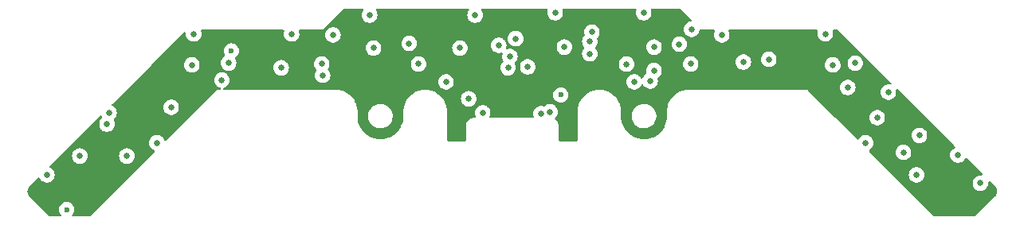
<source format=gbr>
%TF.GenerationSoftware,KiCad,Pcbnew,8.0.4*%
%TF.CreationDate,2024-11-30T14:16:15+01:00*%
%TF.ProjectId,Sensor_PCB,53656e73-6f72-45f5-9043-422e6b696361,rev?*%
%TF.SameCoordinates,Original*%
%TF.FileFunction,Copper,L2,Inr*%
%TF.FilePolarity,Positive*%
%FSLAX46Y46*%
G04 Gerber Fmt 4.6, Leading zero omitted, Abs format (unit mm)*
G04 Created by KiCad (PCBNEW 8.0.4) date 2024-11-30 14:16:15*
%MOMM*%
%LPD*%
G01*
G04 APERTURE LIST*
%TA.AperFunction,ViaPad*%
%ADD10C,0.650000*%
%TD*%
%TA.AperFunction,ViaPad*%
%ADD11C,0.600000*%
%TD*%
G04 APERTURE END LIST*
D10*
%TO.N,+5V*%
X132200000Y-52700000D03*
X117250000Y-57800000D03*
X113600000Y-50000000D03*
D11*
X83400000Y-51300000D03*
D10*
X132300000Y-49000000D03*
X116300000Y-58000000D03*
X112800000Y-53100000D03*
X154800000Y-62100000D03*
X148900000Y-55200000D03*
X94200000Y-49600000D03*
X121700000Y-49300000D03*
D11*
X118400000Y-56000000D03*
X65900000Y-68200000D03*
D10*
%TO.N,GND*%
X163000000Y-65400000D03*
X131000000Y-50600000D03*
X83100000Y-52600000D03*
X102300000Y-50500000D03*
X111800000Y-50700000D03*
X121500000Y-51600000D03*
X156500000Y-60300000D03*
X121500000Y-50300000D03*
X63800000Y-64500000D03*
X140500000Y-52200000D03*
X108625000Y-56400000D03*
X149700000Y-52600000D03*
X93000000Y-52700000D03*
X70400000Y-57900000D03*
%TO.N,Net-(C3-Pad1)*%
X72300000Y-62500000D03*
%TO.N,Net-(C4-Pad1)*%
X79200000Y-52800000D03*
%TO.N,Net-(C5-Pad1)*%
X98500000Y-51000000D03*
%TO.N,Net-(C6-Pad1)*%
X118800000Y-50900000D03*
%TO.N,Net-(C7-Pad1)*%
X137800000Y-52500000D03*
%TO.N,Net-(C8-Pad1)*%
X152014492Y-58414492D03*
%TO.N,Net-(C9-Pad1)*%
X77000000Y-57300000D03*
%TO.N,Net-(C10-Pad1)*%
X88700000Y-53100000D03*
%TO.N,Net-(C11-Pad1)*%
X107700000Y-51000000D03*
%TO.N,Net-(C12-Pad1)*%
X128300000Y-50900000D03*
%TO.N,Net-(C13-Pad1)*%
X147300000Y-52800000D03*
%TO.N,Net-(C14-Pad1)*%
X156200000Y-64500000D03*
%TO.N,Net-(IC1-Pad4)*%
X67300000Y-62500000D03*
%TO.N,Net-(IC3-Pad4)*%
X98100000Y-47500000D03*
%TO.N,Net-(IC5-Pad4)*%
X135500000Y-49600000D03*
%TO.N,Net-(IC8-Pad1)*%
X89800000Y-49500000D03*
%TO.N,Net-(IC10-Pad1)*%
X127200000Y-47250000D03*
%TO.N,Net-(IC12-Pad1)*%
X160600000Y-62400000D03*
%TO.N,SENSOR1*%
X75500000Y-61100000D03*
%TO.N,SENSOR3*%
X82400000Y-54400000D03*
%TO.N,SENSOR5*%
X103300000Y-52700000D03*
%TO.N,SENSOR7*%
X114900000Y-53000000D03*
%TO.N,SENSOR9*%
X128300000Y-53400000D03*
%TO.N,SENSOR11*%
X126200000Y-54600000D03*
%TO.N,SENSOR2*%
X106200000Y-54600000D03*
%TO.N,SENSOR4*%
X93100000Y-53900000D03*
%TO.N,SENSOR6*%
X113000000Y-51900000D03*
%TO.N,SENSOR8*%
X125400000Y-52706980D03*
%TO.N,SENSOR10*%
X127900000Y-54500000D03*
%TO.N,SENSOR12*%
X150800000Y-61100000D03*
%TO.N,LED_ON*%
X110100000Y-57900000D03*
%TO.N,Net-(IC2-Pad4)*%
X79400000Y-49500000D03*
%TO.N,Net-(IC4-Pad4)*%
X117800000Y-47250000D03*
%TO.N,Net-(IC6-Pad4)*%
X153200000Y-55700000D03*
%TO.N,Net-(IC7-Pad1)*%
X70200000Y-59100000D03*
%TO.N,Net-(IC9-Pad1)*%
X109300000Y-47500000D03*
%TO.N,Net-(IC11-Pad1)*%
X146500000Y-49500000D03*
%TO.N,Line_4*%
X142900000Y-50800000D03*
X156100000Y-62700000D03*
X86400000Y-51100000D03*
X74700000Y-59400000D03*
X119800000Y-57700000D03*
X123100000Y-48700000D03*
X105400000Y-49100000D03*
%TD*%
%TA.AperFunction,Conductor*%
%TO.N,Line_4*%
G36*
X97407544Y-46820185D02*
G01*
X97453299Y-46872989D01*
X97463243Y-46942147D01*
X97434218Y-47005703D01*
X97432655Y-47007472D01*
X97428476Y-47012112D01*
X97341712Y-47162391D01*
X97288093Y-47327420D01*
X97288092Y-47327424D01*
X97269953Y-47500000D01*
X97288092Y-47672576D01*
X97288093Y-47672579D01*
X97341712Y-47837608D01*
X97428477Y-47987887D01*
X97428476Y-47987887D01*
X97524434Y-48094459D01*
X97544590Y-48116845D01*
X97623700Y-48174322D01*
X97684976Y-48218842D01*
X97843495Y-48289420D01*
X97843501Y-48289422D01*
X98013236Y-48325500D01*
X98013237Y-48325500D01*
X98186762Y-48325500D01*
X98186764Y-48325500D01*
X98356499Y-48289422D01*
X98356501Y-48289420D01*
X98356504Y-48289420D01*
X98409899Y-48265646D01*
X98515024Y-48218842D01*
X98655410Y-48116845D01*
X98771522Y-47987889D01*
X98858286Y-47837611D01*
X98911908Y-47672576D01*
X98930047Y-47500000D01*
X98911908Y-47327424D01*
X98858286Y-47162389D01*
X98771522Y-47012111D01*
X98767344Y-47007471D01*
X98737115Y-46944480D01*
X98745740Y-46875145D01*
X98790482Y-46821480D01*
X98857134Y-46800522D01*
X98859495Y-46800500D01*
X108540505Y-46800500D01*
X108607544Y-46820185D01*
X108653299Y-46872989D01*
X108663243Y-46942147D01*
X108634218Y-47005703D01*
X108632655Y-47007472D01*
X108628476Y-47012112D01*
X108541712Y-47162391D01*
X108488093Y-47327420D01*
X108488092Y-47327424D01*
X108469953Y-47500000D01*
X108488092Y-47672576D01*
X108488093Y-47672579D01*
X108541712Y-47837608D01*
X108628477Y-47987887D01*
X108628476Y-47987887D01*
X108724434Y-48094459D01*
X108744590Y-48116845D01*
X108823700Y-48174322D01*
X108884976Y-48218842D01*
X109043495Y-48289420D01*
X109043501Y-48289422D01*
X109213236Y-48325500D01*
X109213237Y-48325500D01*
X109386762Y-48325500D01*
X109386764Y-48325500D01*
X109556499Y-48289422D01*
X109556501Y-48289420D01*
X109556504Y-48289420D01*
X109609899Y-48265646D01*
X109715024Y-48218842D01*
X109855410Y-48116845D01*
X109971522Y-47987889D01*
X110058286Y-47837611D01*
X110111908Y-47672576D01*
X110130047Y-47500000D01*
X110111908Y-47327424D01*
X110058286Y-47162389D01*
X109971522Y-47012111D01*
X109967344Y-47007471D01*
X109937115Y-46944480D01*
X109945740Y-46875145D01*
X109990482Y-46821480D01*
X110057134Y-46800522D01*
X110059495Y-46800500D01*
X113210438Y-46800500D01*
X116907398Y-46800500D01*
X116974437Y-46820185D01*
X117020192Y-46872989D01*
X117030136Y-46942147D01*
X117025329Y-46962817D01*
X117009313Y-47012112D01*
X116988092Y-47077424D01*
X116969953Y-47250000D01*
X116988092Y-47422576D01*
X116988093Y-47422579D01*
X117041712Y-47587608D01*
X117128477Y-47737887D01*
X117128476Y-47737887D01*
X117128478Y-47737889D01*
X117244590Y-47866845D01*
X117377546Y-47963444D01*
X117384976Y-47968842D01*
X117543495Y-48039420D01*
X117543501Y-48039422D01*
X117713236Y-48075500D01*
X117713237Y-48075500D01*
X117886762Y-48075500D01*
X117886764Y-48075500D01*
X118056499Y-48039422D01*
X118056501Y-48039420D01*
X118056504Y-48039420D01*
X118109899Y-48015646D01*
X118215024Y-47968842D01*
X118355410Y-47866845D01*
X118471522Y-47737889D01*
X118558286Y-47587611D01*
X118611908Y-47422576D01*
X118630047Y-47250000D01*
X118611908Y-47077424D01*
X118574671Y-46962817D01*
X118572676Y-46892976D01*
X118608757Y-46833143D01*
X118671458Y-46802316D01*
X118692602Y-46800500D01*
X126307398Y-46800500D01*
X126374437Y-46820185D01*
X126420192Y-46872989D01*
X126430136Y-46942147D01*
X126425329Y-46962817D01*
X126409313Y-47012112D01*
X126388092Y-47077424D01*
X126369953Y-47250000D01*
X126388092Y-47422576D01*
X126388093Y-47422579D01*
X126441712Y-47587608D01*
X126528477Y-47737887D01*
X126528476Y-47737887D01*
X126528478Y-47737889D01*
X126644590Y-47866845D01*
X126777546Y-47963444D01*
X126784976Y-47968842D01*
X126943495Y-48039420D01*
X126943501Y-48039422D01*
X127113236Y-48075500D01*
X127113237Y-48075500D01*
X127286762Y-48075500D01*
X127286764Y-48075500D01*
X127456499Y-48039422D01*
X127456501Y-48039420D01*
X127456504Y-48039420D01*
X127509899Y-48015646D01*
X127615024Y-47968842D01*
X127755410Y-47866845D01*
X127871522Y-47737889D01*
X127958286Y-47587611D01*
X128011908Y-47422576D01*
X128030047Y-47250000D01*
X128011908Y-47077424D01*
X127974671Y-46962817D01*
X127972676Y-46892976D01*
X128008757Y-46833143D01*
X128071458Y-46802316D01*
X128092602Y-46800500D01*
X131074167Y-46800500D01*
X131141206Y-46820185D01*
X131161848Y-46836819D01*
X132288473Y-47963444D01*
X132321958Y-48024767D01*
X132316974Y-48094459D01*
X132275102Y-48150392D01*
X132219398Y-48172234D01*
X132219593Y-48173149D01*
X132214072Y-48174322D01*
X132213760Y-48174445D01*
X132213236Y-48174500D01*
X132043501Y-48210577D01*
X132043496Y-48210579D01*
X131884977Y-48281157D01*
X131884972Y-48281160D01*
X131744591Y-48383153D01*
X131744589Y-48383155D01*
X131628477Y-48512112D01*
X131541712Y-48662391D01*
X131493565Y-48810578D01*
X131488092Y-48827424D01*
X131469953Y-49000000D01*
X131488092Y-49172576D01*
X131488093Y-49172579D01*
X131541712Y-49337608D01*
X131628477Y-49487887D01*
X131628476Y-49487887D01*
X131628478Y-49487889D01*
X131744590Y-49616845D01*
X131873600Y-49710577D01*
X131884976Y-49718842D01*
X132043495Y-49789420D01*
X132043501Y-49789422D01*
X132213236Y-49825500D01*
X132213237Y-49825500D01*
X132386762Y-49825500D01*
X132386764Y-49825500D01*
X132556499Y-49789422D01*
X132556501Y-49789420D01*
X132556504Y-49789420D01*
X132609899Y-49765646D01*
X132715024Y-49718842D01*
X132855410Y-49616845D01*
X132971522Y-49487889D01*
X133058286Y-49337611D01*
X133111908Y-49172576D01*
X133121670Y-49079696D01*
X133148254Y-49015086D01*
X133205551Y-48975101D01*
X133275370Y-48972441D01*
X133307515Y-48988015D01*
X133308451Y-48986396D01*
X133315487Y-48990458D01*
X133315489Y-48990460D01*
X133332013Y-49000000D01*
X133384008Y-49030020D01*
X133384012Y-49030022D01*
X133460438Y-49050500D01*
X134649274Y-49050500D01*
X134716313Y-49070185D01*
X134762068Y-49122989D01*
X134772012Y-49192147D01*
X134756662Y-49236499D01*
X134741712Y-49262392D01*
X134694769Y-49406873D01*
X134688092Y-49427424D01*
X134669953Y-49600000D01*
X134688092Y-49772576D01*
X134688093Y-49772579D01*
X134741712Y-49937608D01*
X134766856Y-49981158D01*
X134825745Y-50083156D01*
X134828477Y-50087887D01*
X134828476Y-50087887D01*
X134940328Y-50212111D01*
X134944590Y-50216845D01*
X135084976Y-50318842D01*
X135243495Y-50389420D01*
X135243501Y-50389422D01*
X135413236Y-50425500D01*
X135413237Y-50425500D01*
X135586762Y-50425500D01*
X135586764Y-50425500D01*
X135756499Y-50389422D01*
X135756501Y-50389420D01*
X135756504Y-50389420D01*
X135809899Y-50365646D01*
X135915024Y-50318842D01*
X136055410Y-50216845D01*
X136171522Y-50087889D01*
X136258286Y-49937611D01*
X136311908Y-49772576D01*
X136330047Y-49600000D01*
X136311908Y-49427424D01*
X136258286Y-49262389D01*
X136243337Y-49236498D01*
X136226866Y-49168599D01*
X136249719Y-49102572D01*
X136304641Y-49059382D01*
X136350726Y-49050500D01*
X145607398Y-49050500D01*
X145674437Y-49070185D01*
X145720192Y-49122989D01*
X145730136Y-49192147D01*
X145725329Y-49212817D01*
X145703124Y-49281160D01*
X145688092Y-49327424D01*
X145669953Y-49500000D01*
X145688092Y-49672576D01*
X145688093Y-49672579D01*
X145741712Y-49837608D01*
X145787460Y-49916845D01*
X145825745Y-49983156D01*
X145828477Y-49987887D01*
X145828476Y-49987887D01*
X145940328Y-50112111D01*
X145944590Y-50116845D01*
X146073600Y-50210577D01*
X146084976Y-50218842D01*
X146243495Y-50289420D01*
X146243501Y-50289422D01*
X146413236Y-50325500D01*
X146413237Y-50325500D01*
X146586762Y-50325500D01*
X146586764Y-50325500D01*
X146756499Y-50289422D01*
X146756501Y-50289420D01*
X146756504Y-50289420D01*
X146809899Y-50265646D01*
X146915024Y-50218842D01*
X147055410Y-50116845D01*
X147171522Y-49987889D01*
X147258286Y-49837611D01*
X147311908Y-49672576D01*
X147330047Y-49500000D01*
X147311908Y-49327424D01*
X147274671Y-49212817D01*
X147272676Y-49142976D01*
X147308757Y-49083143D01*
X147371458Y-49052316D01*
X147392602Y-49050500D01*
X147824167Y-49050500D01*
X147891206Y-49070185D01*
X147911848Y-49086819D01*
X153514941Y-54689912D01*
X153548426Y-54751235D01*
X153543442Y-54820927D01*
X153501570Y-54876860D01*
X153436106Y-54901277D01*
X153401480Y-54898883D01*
X153286764Y-54874500D01*
X153113236Y-54874500D01*
X153098967Y-54877533D01*
X152943501Y-54910577D01*
X152943496Y-54910579D01*
X152784977Y-54981157D01*
X152784972Y-54981160D01*
X152644591Y-55083153D01*
X152644589Y-55083155D01*
X152528477Y-55212112D01*
X152441712Y-55362391D01*
X152388093Y-55527420D01*
X152388092Y-55527424D01*
X152369953Y-55700000D01*
X152388092Y-55872576D01*
X152388093Y-55872579D01*
X152441712Y-56037608D01*
X152528477Y-56187887D01*
X152528476Y-56187887D01*
X152528478Y-56187889D01*
X152644590Y-56316845D01*
X152784976Y-56418842D01*
X152943495Y-56489420D01*
X152943501Y-56489422D01*
X153113236Y-56525500D01*
X153113237Y-56525500D01*
X153286762Y-56525500D01*
X153286764Y-56525500D01*
X153456499Y-56489422D01*
X153456501Y-56489420D01*
X153456504Y-56489420D01*
X153509995Y-56465604D01*
X153615024Y-56418842D01*
X153755410Y-56316845D01*
X153871522Y-56187889D01*
X153958286Y-56037611D01*
X154011908Y-55872576D01*
X154030047Y-55700000D01*
X154011908Y-55527424D01*
X154007607Y-55514189D01*
X154005611Y-55444350D01*
X154041691Y-55384517D01*
X154104391Y-55353687D01*
X154173806Y-55361651D01*
X154213219Y-55388190D01*
X160279655Y-61454626D01*
X160313140Y-61515949D01*
X160308156Y-61585641D01*
X160266284Y-61641574D01*
X160242411Y-61655586D01*
X160184974Y-61681159D01*
X160184972Y-61681160D01*
X160044591Y-61783153D01*
X160044589Y-61783155D01*
X159928477Y-61912112D01*
X159841712Y-62062391D01*
X159788093Y-62227420D01*
X159788092Y-62227424D01*
X159769953Y-62400000D01*
X159788092Y-62572576D01*
X159788093Y-62572579D01*
X159841712Y-62737608D01*
X159928477Y-62887887D01*
X159928476Y-62887887D01*
X159929857Y-62889420D01*
X160044590Y-63016845D01*
X160182225Y-63116843D01*
X160184976Y-63118842D01*
X160343495Y-63189420D01*
X160343501Y-63189422D01*
X160513236Y-63225500D01*
X160513237Y-63225500D01*
X160686762Y-63225500D01*
X160686764Y-63225500D01*
X160856499Y-63189422D01*
X160856501Y-63189420D01*
X160856504Y-63189420D01*
X160909899Y-63165646D01*
X161015024Y-63118842D01*
X161155410Y-63016845D01*
X161271522Y-62887889D01*
X161352286Y-62748002D01*
X161402850Y-62699789D01*
X161471457Y-62686565D01*
X161536322Y-62712533D01*
X161547352Y-62722323D01*
X163188659Y-64363630D01*
X163222144Y-64424953D01*
X163217160Y-64494645D01*
X163175288Y-64550578D01*
X163109824Y-64574995D01*
X163088015Y-64574632D01*
X163086768Y-64574501D01*
X163086764Y-64574500D01*
X162913236Y-64574500D01*
X162883483Y-64580824D01*
X162743501Y-64610577D01*
X162743496Y-64610579D01*
X162584977Y-64681157D01*
X162584972Y-64681160D01*
X162444591Y-64783153D01*
X162444589Y-64783155D01*
X162328477Y-64912112D01*
X162241712Y-65062391D01*
X162190880Y-65218842D01*
X162188092Y-65227424D01*
X162169953Y-65400000D01*
X162188092Y-65572576D01*
X162188093Y-65572579D01*
X162241712Y-65737608D01*
X162328477Y-65887887D01*
X162328476Y-65887887D01*
X162328478Y-65887889D01*
X162444590Y-66016845D01*
X162545294Y-66090011D01*
X162584976Y-66118842D01*
X162743495Y-66189420D01*
X162743501Y-66189422D01*
X162913236Y-66225500D01*
X162913237Y-66225500D01*
X163086762Y-66225500D01*
X163086764Y-66225500D01*
X163256499Y-66189422D01*
X163256501Y-66189420D01*
X163256504Y-66189420D01*
X163361047Y-66142874D01*
X163415024Y-66118842D01*
X163555410Y-66016845D01*
X163671522Y-65887889D01*
X163758286Y-65737611D01*
X163811908Y-65572576D01*
X163830047Y-65400000D01*
X163820258Y-65306871D01*
X163832827Y-65238145D01*
X163880559Y-65187120D01*
X163948299Y-65170002D01*
X164014540Y-65192224D01*
X164031260Y-65206231D01*
X164503858Y-65678829D01*
X164503859Y-65678831D01*
X164503860Y-65678831D01*
X164533210Y-65708182D01*
X164541380Y-65717197D01*
X164624302Y-65818237D01*
X164637805Y-65838445D01*
X164696541Y-65948333D01*
X164705839Y-65970779D01*
X164736216Y-66070917D01*
X164742008Y-66090011D01*
X164746750Y-66113852D01*
X164758962Y-66237846D01*
X164758962Y-66262154D01*
X164746750Y-66386147D01*
X164742008Y-66409988D01*
X164705842Y-66529213D01*
X164696539Y-66551672D01*
X164637807Y-66661551D01*
X164624302Y-66681762D01*
X164541380Y-66782802D01*
X164533212Y-66791815D01*
X164509542Y-66815487D01*
X164509538Y-66815490D01*
X162411848Y-68913181D01*
X162350525Y-68946666D01*
X162324167Y-68949500D01*
X158175833Y-68949500D01*
X158108794Y-68929815D01*
X158088152Y-68913181D01*
X153674971Y-64500000D01*
X155369953Y-64500000D01*
X155388092Y-64672576D01*
X155388093Y-64672579D01*
X155441712Y-64837608D01*
X155528477Y-64987887D01*
X155528476Y-64987887D01*
X155595560Y-65062391D01*
X155644590Y-65116845D01*
X155717754Y-65170002D01*
X155784976Y-65218842D01*
X155943495Y-65289420D01*
X155943501Y-65289422D01*
X156113236Y-65325500D01*
X156113237Y-65325500D01*
X156286762Y-65325500D01*
X156286764Y-65325500D01*
X156456499Y-65289422D01*
X156456501Y-65289420D01*
X156456504Y-65289420D01*
X156536372Y-65253860D01*
X156615024Y-65218842D01*
X156755410Y-65116845D01*
X156871522Y-64987889D01*
X156958286Y-64837611D01*
X157011908Y-64672576D01*
X157030047Y-64500000D01*
X157011908Y-64327424D01*
X156958286Y-64162389D01*
X156871522Y-64012111D01*
X156755410Y-63883155D01*
X156615027Y-63781160D01*
X156615023Y-63781157D01*
X156456504Y-63710579D01*
X156456498Y-63710577D01*
X156322841Y-63682168D01*
X156286764Y-63674500D01*
X156113236Y-63674500D01*
X156083483Y-63680824D01*
X155943501Y-63710577D01*
X155943496Y-63710579D01*
X155784977Y-63781157D01*
X155784972Y-63781160D01*
X155644591Y-63883153D01*
X155644589Y-63883155D01*
X155528477Y-64012112D01*
X155441712Y-64162391D01*
X155388093Y-64327420D01*
X155388092Y-64327424D01*
X155369953Y-64500000D01*
X153674971Y-64500000D01*
X151274971Y-62100000D01*
X153969953Y-62100000D01*
X153988092Y-62272576D01*
X153988093Y-62272579D01*
X154041712Y-62437608D01*
X154128477Y-62587887D01*
X154128476Y-62587887D01*
X154128478Y-62587889D01*
X154244590Y-62716845D01*
X154252130Y-62722323D01*
X154384976Y-62818842D01*
X154543495Y-62889420D01*
X154543501Y-62889422D01*
X154713236Y-62925500D01*
X154713237Y-62925500D01*
X154886762Y-62925500D01*
X154886764Y-62925500D01*
X155056499Y-62889422D01*
X155056501Y-62889420D01*
X155056504Y-62889420D01*
X155172868Y-62837611D01*
X155215024Y-62818842D01*
X155355410Y-62716845D01*
X155471522Y-62587889D01*
X155558286Y-62437611D01*
X155611908Y-62272576D01*
X155630047Y-62100000D01*
X155611908Y-61927424D01*
X155565033Y-61783155D01*
X155558287Y-61762391D01*
X155531991Y-61716845D01*
X155471522Y-61612111D01*
X155447689Y-61585641D01*
X155355411Y-61483156D01*
X155215023Y-61381157D01*
X155056504Y-61310579D01*
X155056498Y-61310577D01*
X154922841Y-61282168D01*
X154886764Y-61274500D01*
X154713236Y-61274500D01*
X154683483Y-61280824D01*
X154543501Y-61310577D01*
X154543496Y-61310579D01*
X154384977Y-61381157D01*
X154384972Y-61381160D01*
X154244591Y-61483153D01*
X154244589Y-61483155D01*
X154128477Y-61612112D01*
X154041712Y-61762391D01*
X154000439Y-61889422D01*
X153988092Y-61927424D01*
X153969953Y-62100000D01*
X151274971Y-62100000D01*
X151189050Y-62014079D01*
X151155565Y-61952756D01*
X151160549Y-61883064D01*
X151202421Y-61827131D01*
X151214738Y-61819007D01*
X151215019Y-61818843D01*
X151215024Y-61818842D01*
X151355410Y-61716845D01*
X151471522Y-61587889D01*
X151558286Y-61437611D01*
X151611908Y-61272576D01*
X151630047Y-61100000D01*
X151611908Y-60927424D01*
X151558286Y-60762389D01*
X151471522Y-60612111D01*
X151355410Y-60483155D01*
X151267006Y-60418925D01*
X151215023Y-60381157D01*
X151056504Y-60310579D01*
X151056498Y-60310577D01*
X151006736Y-60300000D01*
X155669953Y-60300000D01*
X155688092Y-60472576D01*
X155688093Y-60472579D01*
X155741712Y-60637608D01*
X155828477Y-60787887D01*
X155828476Y-60787887D01*
X155909183Y-60877521D01*
X155944590Y-60916845D01*
X156065883Y-61004970D01*
X156084976Y-61018842D01*
X156243495Y-61089420D01*
X156243501Y-61089422D01*
X156413236Y-61125500D01*
X156413237Y-61125500D01*
X156586762Y-61125500D01*
X156586764Y-61125500D01*
X156756499Y-61089422D01*
X156756501Y-61089420D01*
X156756504Y-61089420D01*
X156809899Y-61065646D01*
X156915024Y-61018842D01*
X157055410Y-60916845D01*
X157171522Y-60787889D01*
X157258286Y-60637611D01*
X157311908Y-60472576D01*
X157330047Y-60300000D01*
X157311908Y-60127424D01*
X157258286Y-59962389D01*
X157171522Y-59812111D01*
X157095708Y-59727910D01*
X157055411Y-59683156D01*
X156915023Y-59581157D01*
X156756504Y-59510579D01*
X156756498Y-59510577D01*
X156622841Y-59482168D01*
X156586764Y-59474500D01*
X156413236Y-59474500D01*
X156383483Y-59480824D01*
X156243501Y-59510577D01*
X156243496Y-59510579D01*
X156084977Y-59581157D01*
X156084972Y-59581160D01*
X155944591Y-59683153D01*
X155944589Y-59683155D01*
X155828477Y-59812112D01*
X155741712Y-59962391D01*
X155688093Y-60127420D01*
X155688092Y-60127424D01*
X155669953Y-60300000D01*
X151006736Y-60300000D01*
X150922841Y-60282168D01*
X150886764Y-60274500D01*
X150713236Y-60274500D01*
X150683483Y-60280824D01*
X150543501Y-60310577D01*
X150543496Y-60310579D01*
X150384977Y-60381157D01*
X150384972Y-60381160D01*
X150244591Y-60483153D01*
X150244589Y-60483155D01*
X150128476Y-60612112D01*
X150128474Y-60612115D01*
X150084316Y-60688598D01*
X150033749Y-60736813D01*
X149965141Y-60750035D01*
X149900277Y-60724067D01*
X149889249Y-60714278D01*
X147589463Y-58414492D01*
X151184445Y-58414492D01*
X151202584Y-58587068D01*
X151202585Y-58587071D01*
X151256204Y-58752100D01*
X151262146Y-58762391D01*
X151324762Y-58870845D01*
X151342969Y-58902379D01*
X151342968Y-58902379D01*
X151445725Y-59016502D01*
X151459082Y-59031337D01*
X151553588Y-59100000D01*
X151599468Y-59133334D01*
X151757987Y-59203912D01*
X151757993Y-59203914D01*
X151927728Y-59239992D01*
X151927729Y-59239992D01*
X152101254Y-59239992D01*
X152101256Y-59239992D01*
X152270991Y-59203914D01*
X152270993Y-59203912D01*
X152270996Y-59203912D01*
X152324391Y-59180138D01*
X152429516Y-59133334D01*
X152569902Y-59031337D01*
X152686014Y-58902381D01*
X152772778Y-58752103D01*
X152826400Y-58587068D01*
X152844539Y-58414492D01*
X152826400Y-58241916D01*
X152772778Y-58076881D01*
X152686014Y-57926603D01*
X152569902Y-57797647D01*
X152473249Y-57727424D01*
X152429515Y-57695649D01*
X152270996Y-57625071D01*
X152270990Y-57625069D01*
X152137333Y-57596660D01*
X152101256Y-57588992D01*
X151927728Y-57588992D01*
X151897975Y-57595316D01*
X151757993Y-57625069D01*
X151757988Y-57625071D01*
X151599469Y-57695649D01*
X151599464Y-57695652D01*
X151459083Y-57797645D01*
X151459081Y-57797647D01*
X151342969Y-57926604D01*
X151256204Y-58076883D01*
X151202585Y-58241912D01*
X151202584Y-58241916D01*
X151184445Y-58414492D01*
X147589463Y-58414492D01*
X144684512Y-55509541D01*
X144684507Y-55509537D01*
X144664069Y-55497737D01*
X144664067Y-55497737D01*
X144637188Y-55482218D01*
X144615990Y-55469979D01*
X144590513Y-55463152D01*
X144539562Y-55449500D01*
X133539562Y-55449500D01*
X132047595Y-55449500D01*
X132000000Y-55449500D01*
X131860845Y-55449500D01*
X131860842Y-55449500D01*
X131695077Y-55469627D01*
X131584565Y-55483046D01*
X131477075Y-55509540D01*
X131314337Y-55549651D01*
X131054115Y-55648341D01*
X130807691Y-55777676D01*
X130807682Y-55777681D01*
X130578650Y-55935770D01*
X130578647Y-55935772D01*
X130578645Y-55935774D01*
X130370327Y-56120327D01*
X130310473Y-56187889D01*
X130185770Y-56328650D01*
X130027681Y-56557682D01*
X130027676Y-56557691D01*
X129898341Y-56804115D01*
X129799651Y-57064337D01*
X129786217Y-57118842D01*
X129733046Y-57334565D01*
X129727146Y-57383155D01*
X129699500Y-57610842D01*
X129699500Y-58246249D01*
X129699274Y-58253736D01*
X129682092Y-58537769D01*
X129680287Y-58552633D01*
X129629673Y-58828829D01*
X129626089Y-58843369D01*
X129542555Y-59111438D01*
X129537246Y-59125438D01*
X129422002Y-59381500D01*
X129415043Y-59394759D01*
X129269779Y-59635056D01*
X129261273Y-59647379D01*
X129088100Y-59868417D01*
X129078170Y-59879625D01*
X128879625Y-60078170D01*
X128868417Y-60088100D01*
X128647379Y-60261273D01*
X128635056Y-60269779D01*
X128394759Y-60415043D01*
X128381500Y-60422002D01*
X128125438Y-60537246D01*
X128111438Y-60542555D01*
X127843369Y-60626089D01*
X127828829Y-60629673D01*
X127552633Y-60680287D01*
X127537769Y-60682092D01*
X127257487Y-60699047D01*
X127242513Y-60699047D01*
X126962230Y-60682092D01*
X126947366Y-60680287D01*
X126671170Y-60629673D01*
X126656630Y-60626089D01*
X126388561Y-60542555D01*
X126374561Y-60537246D01*
X126118499Y-60422002D01*
X126105240Y-60415043D01*
X125864943Y-60269779D01*
X125852620Y-60261273D01*
X125631582Y-60088100D01*
X125620374Y-60078170D01*
X125421829Y-59879625D01*
X125411899Y-59868417D01*
X125367786Y-59812111D01*
X125238722Y-59647373D01*
X125230224Y-59635062D01*
X125084955Y-59394758D01*
X125077997Y-59381500D01*
X125014310Y-59239992D01*
X124962751Y-59125434D01*
X124957447Y-59111447D01*
X124873907Y-58843358D01*
X124870326Y-58828829D01*
X124855737Y-58749219D01*
X124819711Y-58552632D01*
X124817907Y-58537769D01*
X124816971Y-58522303D01*
X124800726Y-58253736D01*
X124800500Y-58246249D01*
X124800500Y-58147648D01*
X125949500Y-58147648D01*
X125949500Y-58352351D01*
X125981522Y-58554534D01*
X126044781Y-58749223D01*
X126051490Y-58762389D01*
X126135580Y-58927424D01*
X126137715Y-58931613D01*
X126258028Y-59097213D01*
X126402786Y-59241971D01*
X126557749Y-59354556D01*
X126568390Y-59362287D01*
X126680117Y-59419215D01*
X126750776Y-59455218D01*
X126750778Y-59455218D01*
X126750781Y-59455220D01*
X126810119Y-59474500D01*
X126945465Y-59518477D01*
X127046557Y-59534488D01*
X127147648Y-59550500D01*
X127147649Y-59550500D01*
X127352351Y-59550500D01*
X127352352Y-59550500D01*
X127554534Y-59518477D01*
X127749219Y-59455220D01*
X127931610Y-59362287D01*
X128024590Y-59294732D01*
X128097213Y-59241971D01*
X128097215Y-59241968D01*
X128097219Y-59241966D01*
X128241966Y-59097219D01*
X128241968Y-59097215D01*
X128241971Y-59097213D01*
X128300613Y-59016498D01*
X128362287Y-58931610D01*
X128455220Y-58749219D01*
X128518477Y-58554534D01*
X128550500Y-58352352D01*
X128550500Y-58147648D01*
X128530099Y-58018842D01*
X128518477Y-57945465D01*
X128480123Y-57827424D01*
X128455220Y-57750781D01*
X128455218Y-57750778D01*
X128455218Y-57750776D01*
X128391167Y-57625071D01*
X128362287Y-57568390D01*
X128321399Y-57512112D01*
X128241971Y-57402786D01*
X128097213Y-57258028D01*
X127931613Y-57137715D01*
X127931612Y-57137714D01*
X127931610Y-57137713D01*
X127874653Y-57108691D01*
X127749223Y-57044781D01*
X127554534Y-56981522D01*
X127379995Y-56953878D01*
X127352352Y-56949500D01*
X127147648Y-56949500D01*
X127123329Y-56953351D01*
X126945465Y-56981522D01*
X126750776Y-57044781D01*
X126568386Y-57137715D01*
X126402786Y-57258028D01*
X126258028Y-57402786D01*
X126137715Y-57568386D01*
X126044781Y-57750776D01*
X125981522Y-57945465D01*
X125949500Y-58147648D01*
X124800500Y-58147648D01*
X124800500Y-57610842D01*
X124788512Y-57512112D01*
X124766954Y-57334565D01*
X124700350Y-57064343D01*
X124682336Y-57016845D01*
X124601658Y-56804115D01*
X124538173Y-56683156D01*
X124472323Y-56557689D01*
X124314226Y-56328645D01*
X124129673Y-56120327D01*
X123921355Y-55935774D01*
X123700247Y-55783155D01*
X123692317Y-55777681D01*
X123692315Y-55777680D01*
X123692311Y-55777677D01*
X123607728Y-55733284D01*
X123445884Y-55648341D01*
X123185662Y-55549651D01*
X123095483Y-55527424D01*
X122915435Y-55483046D01*
X122777295Y-55466273D01*
X122639158Y-55449500D01*
X122639155Y-55449500D01*
X122547595Y-55449500D01*
X122500000Y-55449500D01*
X122360845Y-55449500D01*
X122360842Y-55449500D01*
X122195077Y-55469627D01*
X122084565Y-55483046D01*
X121977075Y-55509540D01*
X121814337Y-55549651D01*
X121554115Y-55648341D01*
X121307691Y-55777676D01*
X121307682Y-55777681D01*
X121078650Y-55935770D01*
X121078647Y-55935772D01*
X121078645Y-55935774D01*
X120870327Y-56120327D01*
X120810473Y-56187889D01*
X120685770Y-56328650D01*
X120527681Y-56557682D01*
X120527676Y-56557691D01*
X120398341Y-56804115D01*
X120299651Y-57064337D01*
X120286217Y-57118842D01*
X120233046Y-57334565D01*
X120227146Y-57383155D01*
X120199500Y-57610842D01*
X120199500Y-60740244D01*
X120197973Y-60759644D01*
X120192808Y-60792251D01*
X120180820Y-60829146D01*
X120170314Y-60849765D01*
X120147510Y-60881151D01*
X120131151Y-60897510D01*
X120099765Y-60920314D01*
X120079146Y-60930820D01*
X120042251Y-60942808D01*
X120029663Y-60944801D01*
X120009638Y-60947973D01*
X119990244Y-60949500D01*
X118363342Y-60949500D01*
X118343938Y-60947972D01*
X118311307Y-60942801D01*
X118274420Y-60930815D01*
X118253777Y-60920297D01*
X118222398Y-60897500D01*
X118206009Y-60881113D01*
X118183215Y-60849743D01*
X118178486Y-60840466D01*
X118172694Y-60829101D01*
X118160703Y-60792218D01*
X118155581Y-60759914D01*
X118154053Y-60740504D01*
X118154053Y-59202545D01*
X118154008Y-59201883D01*
X118154015Y-59171213D01*
X118123275Y-59016543D01*
X118062946Y-58870845D01*
X117975348Y-58739719D01*
X117920260Y-58684625D01*
X117863849Y-58628207D01*
X117863847Y-58628206D01*
X117827666Y-58604030D01*
X117782862Y-58550418D01*
X117774155Y-58481093D01*
X117804310Y-58418066D01*
X117804408Y-58417957D01*
X117805407Y-58416846D01*
X117805410Y-58416845D01*
X117921522Y-58287889D01*
X118008286Y-58137611D01*
X118061908Y-57972576D01*
X118080047Y-57800000D01*
X118061908Y-57627424D01*
X118008286Y-57462389D01*
X117921522Y-57312111D01*
X117843538Y-57225500D01*
X117805411Y-57183156D01*
X117805408Y-57183154D01*
X117665024Y-57081158D01*
X117665023Y-57081157D01*
X117506504Y-57010579D01*
X117506498Y-57010577D01*
X117369800Y-56981522D01*
X117336764Y-56974500D01*
X117163236Y-56974500D01*
X117133483Y-56980824D01*
X116993501Y-57010577D01*
X116993496Y-57010579D01*
X116834977Y-57081157D01*
X116834972Y-57081160D01*
X116694590Y-57183154D01*
X116689761Y-57187503D01*
X116688070Y-57185625D01*
X116638211Y-57216325D01*
X116568354Y-57214975D01*
X116558186Y-57211126D01*
X116556497Y-57210577D01*
X116432579Y-57184238D01*
X116386764Y-57174500D01*
X116213236Y-57174500D01*
X116183483Y-57180824D01*
X116043501Y-57210577D01*
X116043496Y-57210579D01*
X115884977Y-57281157D01*
X115884972Y-57281160D01*
X115744591Y-57383153D01*
X115744589Y-57383155D01*
X115628477Y-57512112D01*
X115541712Y-57662391D01*
X115497002Y-57800000D01*
X115488092Y-57827424D01*
X115469953Y-58000000D01*
X115488092Y-58172576D01*
X115488093Y-58172579D01*
X115525329Y-58287183D01*
X115527324Y-58357024D01*
X115491243Y-58416857D01*
X115428542Y-58447684D01*
X115407398Y-58449500D01*
X110950726Y-58449500D01*
X110883687Y-58429815D01*
X110837932Y-58377011D01*
X110827988Y-58307853D01*
X110843338Y-58263501D01*
X110858286Y-58237611D01*
X110911908Y-58072576D01*
X110930047Y-57900000D01*
X110911908Y-57727424D01*
X110858286Y-57562389D01*
X110771522Y-57412111D01*
X110655410Y-57283155D01*
X110555516Y-57210577D01*
X110515023Y-57181157D01*
X110356504Y-57110579D01*
X110356498Y-57110577D01*
X110218083Y-57081157D01*
X110186764Y-57074500D01*
X110013236Y-57074500D01*
X109983483Y-57080824D01*
X109843501Y-57110577D01*
X109843496Y-57110579D01*
X109684977Y-57181157D01*
X109684972Y-57181160D01*
X109544591Y-57283153D01*
X109544589Y-57283155D01*
X109428477Y-57412112D01*
X109341712Y-57562391D01*
X109298415Y-57695652D01*
X109288092Y-57727424D01*
X109269953Y-57900000D01*
X109288092Y-58072576D01*
X109288093Y-58072579D01*
X109341712Y-58237607D01*
X109341713Y-58237608D01*
X109341714Y-58237611D01*
X109344200Y-58241916D01*
X109356662Y-58263501D01*
X109373134Y-58331401D01*
X109350281Y-58397428D01*
X109295359Y-58440618D01*
X109249274Y-58449500D01*
X109204033Y-58449500D01*
X109203959Y-58449494D01*
X109197822Y-58449494D01*
X109197644Y-58449442D01*
X109067570Y-58449454D01*
X108912922Y-58480230D01*
X108912918Y-58480231D01*
X108767247Y-58540584D01*
X108767242Y-58540587D01*
X108636142Y-58628197D01*
X108636135Y-58628203D01*
X108524648Y-58739703D01*
X108524645Y-58739706D01*
X108437048Y-58870815D01*
X108437045Y-58870820D01*
X108376708Y-59016498D01*
X108376707Y-59016501D01*
X108376707Y-59016502D01*
X108353593Y-59132713D01*
X108345946Y-59171159D01*
X108345947Y-59213991D01*
X108345947Y-60740241D01*
X108344420Y-60759640D01*
X108339257Y-60792236D01*
X108327266Y-60829137D01*
X108316766Y-60849742D01*
X108293957Y-60881131D01*
X108277608Y-60897477D01*
X108246224Y-60920276D01*
X108225618Y-60930774D01*
X108188713Y-60942762D01*
X108155782Y-60947974D01*
X108136388Y-60949498D01*
X108088935Y-60949494D01*
X108088861Y-60949500D01*
X106509756Y-60949500D01*
X106490360Y-60947973D01*
X106474110Y-60945399D01*
X106457749Y-60942808D01*
X106420853Y-60930820D01*
X106400234Y-60920314D01*
X106368848Y-60897510D01*
X106352489Y-60881151D01*
X106329685Y-60849765D01*
X106329674Y-60849743D01*
X106319178Y-60829144D01*
X106307192Y-60792253D01*
X106302025Y-60759630D01*
X106300500Y-60740244D01*
X106300500Y-57610842D01*
X106288512Y-57512112D01*
X106266954Y-57334565D01*
X106200350Y-57064343D01*
X106182336Y-57016845D01*
X106101658Y-56804115D01*
X106038173Y-56683156D01*
X105972323Y-56557689D01*
X105863479Y-56400000D01*
X107794953Y-56400000D01*
X107813092Y-56572576D01*
X107813093Y-56572579D01*
X107866712Y-56737608D01*
X107953477Y-56887887D01*
X107953476Y-56887887D01*
X108031463Y-56974500D01*
X108069590Y-57016845D01*
X108176379Y-57094432D01*
X108209976Y-57118842D01*
X108368495Y-57189420D01*
X108368501Y-57189422D01*
X108538236Y-57225500D01*
X108538237Y-57225500D01*
X108711762Y-57225500D01*
X108711764Y-57225500D01*
X108881499Y-57189422D01*
X108881501Y-57189420D01*
X108881504Y-57189420D01*
X108934899Y-57165646D01*
X109040024Y-57118842D01*
X109180410Y-57016845D01*
X109296522Y-56887889D01*
X109383286Y-56737611D01*
X109436908Y-56572576D01*
X109455047Y-56400000D01*
X109436908Y-56227424D01*
X109401160Y-56117400D01*
X109383287Y-56062391D01*
X109368980Y-56037611D01*
X109347263Y-55999996D01*
X117594435Y-55999996D01*
X117594435Y-56000003D01*
X117614630Y-56179249D01*
X117614631Y-56179254D01*
X117674211Y-56349523D01*
X117747150Y-56465604D01*
X117770184Y-56502262D01*
X117897738Y-56629816D01*
X118050478Y-56725789D01*
X118220745Y-56785368D01*
X118220750Y-56785369D01*
X118399996Y-56805565D01*
X118400000Y-56805565D01*
X118400004Y-56805565D01*
X118579249Y-56785369D01*
X118579252Y-56785368D01*
X118579255Y-56785368D01*
X118749522Y-56725789D01*
X118902262Y-56629816D01*
X119029816Y-56502262D01*
X119125789Y-56349522D01*
X119185368Y-56179255D01*
X119197926Y-56067798D01*
X119205565Y-56000003D01*
X119205565Y-55999996D01*
X119185369Y-55820750D01*
X119185368Y-55820745D01*
X119170298Y-55777677D01*
X119125789Y-55650478D01*
X119029816Y-55497738D01*
X118902262Y-55370184D01*
X118820552Y-55318842D01*
X118749523Y-55274211D01*
X118579254Y-55214631D01*
X118579249Y-55214630D01*
X118400004Y-55194435D01*
X118399996Y-55194435D01*
X118220750Y-55214630D01*
X118220745Y-55214631D01*
X118050476Y-55274211D01*
X117897737Y-55370184D01*
X117770184Y-55497737D01*
X117674211Y-55650476D01*
X117614631Y-55820745D01*
X117614630Y-55820750D01*
X117594435Y-55999996D01*
X109347263Y-55999996D01*
X109296522Y-55912111D01*
X109210745Y-55816845D01*
X109180411Y-55783156D01*
X109172875Y-55777681D01*
X109065958Y-55700000D01*
X109040023Y-55681157D01*
X108881504Y-55610579D01*
X108881498Y-55610577D01*
X108747841Y-55582168D01*
X108711764Y-55574500D01*
X108538236Y-55574500D01*
X108508483Y-55580824D01*
X108368501Y-55610577D01*
X108368496Y-55610579D01*
X108209977Y-55681157D01*
X108209972Y-55681160D01*
X108069591Y-55783153D01*
X108069589Y-55783155D01*
X107953477Y-55912112D01*
X107866712Y-56062391D01*
X107813093Y-56227420D01*
X107813092Y-56227424D01*
X107794953Y-56400000D01*
X105863479Y-56400000D01*
X105814226Y-56328645D01*
X105629673Y-56120327D01*
X105421355Y-55935774D01*
X105200247Y-55783155D01*
X105192317Y-55777681D01*
X105192315Y-55777680D01*
X105192311Y-55777677D01*
X105107728Y-55733284D01*
X104945884Y-55648341D01*
X104685662Y-55549651D01*
X104595483Y-55527424D01*
X104415435Y-55483046D01*
X104277295Y-55466273D01*
X104139158Y-55449500D01*
X104139155Y-55449500D01*
X104047595Y-55449500D01*
X104000000Y-55449500D01*
X103860845Y-55449500D01*
X103860842Y-55449500D01*
X103695077Y-55469627D01*
X103584565Y-55483046D01*
X103477075Y-55509540D01*
X103314337Y-55549651D01*
X103054115Y-55648341D01*
X102807691Y-55777676D01*
X102807682Y-55777681D01*
X102578650Y-55935770D01*
X102578647Y-55935772D01*
X102578645Y-55935774D01*
X102370327Y-56120327D01*
X102310473Y-56187889D01*
X102185770Y-56328650D01*
X102027681Y-56557682D01*
X102027676Y-56557691D01*
X101898341Y-56804115D01*
X101799651Y-57064337D01*
X101786217Y-57118842D01*
X101733046Y-57334565D01*
X101727146Y-57383155D01*
X101699500Y-57610842D01*
X101699500Y-58246249D01*
X101699274Y-58253736D01*
X101682092Y-58537769D01*
X101680287Y-58552633D01*
X101629673Y-58828829D01*
X101626089Y-58843369D01*
X101542555Y-59111438D01*
X101537246Y-59125438D01*
X101422002Y-59381500D01*
X101415043Y-59394759D01*
X101269779Y-59635056D01*
X101261273Y-59647379D01*
X101088100Y-59868417D01*
X101078170Y-59879625D01*
X100879625Y-60078170D01*
X100868417Y-60088100D01*
X100647379Y-60261273D01*
X100635056Y-60269779D01*
X100394759Y-60415043D01*
X100381500Y-60422002D01*
X100125438Y-60537246D01*
X100111438Y-60542555D01*
X99843369Y-60626089D01*
X99828829Y-60629673D01*
X99552633Y-60680287D01*
X99537769Y-60682092D01*
X99257487Y-60699047D01*
X99242513Y-60699047D01*
X98962230Y-60682092D01*
X98947366Y-60680287D01*
X98671170Y-60629673D01*
X98656630Y-60626089D01*
X98388561Y-60542555D01*
X98374561Y-60537246D01*
X98118499Y-60422002D01*
X98105240Y-60415043D01*
X97864943Y-60269779D01*
X97852620Y-60261273D01*
X97631582Y-60088100D01*
X97620374Y-60078170D01*
X97421829Y-59879625D01*
X97411899Y-59868417D01*
X97367786Y-59812111D01*
X97238722Y-59647373D01*
X97230224Y-59635062D01*
X97084955Y-59394758D01*
X97077997Y-59381500D01*
X97014310Y-59239992D01*
X96962751Y-59125434D01*
X96957447Y-59111447D01*
X96873907Y-58843358D01*
X96870326Y-58828829D01*
X96855737Y-58749219D01*
X96819711Y-58552632D01*
X96817907Y-58537769D01*
X96816971Y-58522303D01*
X96800726Y-58253736D01*
X96800500Y-58246249D01*
X96800500Y-58147648D01*
X97949500Y-58147648D01*
X97949500Y-58352351D01*
X97981522Y-58554534D01*
X98044781Y-58749223D01*
X98051490Y-58762389D01*
X98135580Y-58927424D01*
X98137715Y-58931613D01*
X98258028Y-59097213D01*
X98402786Y-59241971D01*
X98557749Y-59354556D01*
X98568390Y-59362287D01*
X98680117Y-59419215D01*
X98750776Y-59455218D01*
X98750778Y-59455218D01*
X98750781Y-59455220D01*
X98810119Y-59474500D01*
X98945465Y-59518477D01*
X99046557Y-59534488D01*
X99147648Y-59550500D01*
X99147649Y-59550500D01*
X99352351Y-59550500D01*
X99352352Y-59550500D01*
X99554534Y-59518477D01*
X99749219Y-59455220D01*
X99931610Y-59362287D01*
X100024590Y-59294732D01*
X100097213Y-59241971D01*
X100097215Y-59241968D01*
X100097219Y-59241966D01*
X100241966Y-59097219D01*
X100241968Y-59097215D01*
X100241971Y-59097213D01*
X100300613Y-59016498D01*
X100362287Y-58931610D01*
X100455220Y-58749219D01*
X100518477Y-58554534D01*
X100550500Y-58352352D01*
X100550500Y-58147648D01*
X100530099Y-58018842D01*
X100518477Y-57945465D01*
X100480123Y-57827424D01*
X100455220Y-57750781D01*
X100455218Y-57750778D01*
X100455218Y-57750776D01*
X100391167Y-57625071D01*
X100362287Y-57568390D01*
X100321399Y-57512112D01*
X100241971Y-57402786D01*
X100097213Y-57258028D01*
X99931613Y-57137715D01*
X99931612Y-57137714D01*
X99931610Y-57137713D01*
X99874653Y-57108691D01*
X99749223Y-57044781D01*
X99554534Y-56981522D01*
X99379995Y-56953878D01*
X99352352Y-56949500D01*
X99147648Y-56949500D01*
X99123329Y-56953351D01*
X98945465Y-56981522D01*
X98750776Y-57044781D01*
X98568386Y-57137715D01*
X98402786Y-57258028D01*
X98258028Y-57402786D01*
X98137715Y-57568386D01*
X98044781Y-57750776D01*
X97981522Y-57945465D01*
X97949500Y-58147648D01*
X96800500Y-58147648D01*
X96800500Y-57610842D01*
X96788512Y-57512112D01*
X96766954Y-57334565D01*
X96700350Y-57064343D01*
X96682336Y-57016845D01*
X96601658Y-56804115D01*
X96538173Y-56683156D01*
X96472323Y-56557689D01*
X96314226Y-56328645D01*
X96129673Y-56120327D01*
X95921355Y-55935774D01*
X95700247Y-55783155D01*
X95692317Y-55777681D01*
X95692315Y-55777680D01*
X95692311Y-55777677D01*
X95607728Y-55733284D01*
X95445884Y-55648341D01*
X95185662Y-55549651D01*
X95095483Y-55527424D01*
X94915435Y-55483046D01*
X94777295Y-55466273D01*
X94639158Y-55449500D01*
X94639155Y-55449500D01*
X94539562Y-55449500D01*
X93039562Y-55449500D01*
X82612707Y-55449500D01*
X82545668Y-55429815D01*
X82499913Y-55377011D01*
X82489969Y-55307853D01*
X82518994Y-55244297D01*
X82577772Y-55206523D01*
X82586926Y-55204210D01*
X82656499Y-55189422D01*
X82656501Y-55189420D01*
X82656504Y-55189420D01*
X82709899Y-55165646D01*
X82815024Y-55118842D01*
X82955410Y-55016845D01*
X83071522Y-54887889D01*
X83158286Y-54737611D01*
X83211908Y-54572576D01*
X83230047Y-54400000D01*
X83211908Y-54227424D01*
X83158286Y-54062389D01*
X83071522Y-53912111D01*
X82993538Y-53825500D01*
X82955411Y-53783156D01*
X82815023Y-53681157D01*
X82656504Y-53610579D01*
X82656498Y-53610577D01*
X82522841Y-53582168D01*
X82486764Y-53574500D01*
X82313236Y-53574500D01*
X82283483Y-53580824D01*
X82143501Y-53610577D01*
X82143496Y-53610579D01*
X81984977Y-53681157D01*
X81984972Y-53681160D01*
X81844591Y-53783153D01*
X81844589Y-53783155D01*
X81728477Y-53912112D01*
X81641712Y-54062391D01*
X81600087Y-54190506D01*
X81588092Y-54227424D01*
X81569953Y-54400000D01*
X81588092Y-54572576D01*
X81588093Y-54572579D01*
X81641712Y-54737608D01*
X81641714Y-54737611D01*
X81706792Y-54850329D01*
X81728477Y-54887887D01*
X81728476Y-54887887D01*
X81812457Y-54981157D01*
X81844590Y-55016845D01*
X81942373Y-55087889D01*
X81984976Y-55118842D01*
X82143495Y-55189420D01*
X82143501Y-55189422D01*
X82167085Y-55194435D01*
X82213074Y-55204210D01*
X82274556Y-55237402D01*
X82308332Y-55298565D01*
X82303680Y-55368280D01*
X82262075Y-55424412D01*
X82196728Y-55449141D01*
X82187293Y-55449500D01*
X81960438Y-55449500D01*
X81893039Y-55467559D01*
X81884007Y-55469980D01*
X81835932Y-55497737D01*
X81815492Y-55509537D01*
X81815487Y-55509541D01*
X76476007Y-60849020D01*
X76414684Y-60882505D01*
X76344992Y-60877521D01*
X76289059Y-60835649D01*
X76270395Y-60799657D01*
X76266571Y-60787887D01*
X76258286Y-60762389D01*
X76171522Y-60612111D01*
X76055410Y-60483155D01*
X75967006Y-60418925D01*
X75915023Y-60381157D01*
X75756504Y-60310579D01*
X75756498Y-60310577D01*
X75622841Y-60282168D01*
X75586764Y-60274500D01*
X75413236Y-60274500D01*
X75383483Y-60280824D01*
X75243501Y-60310577D01*
X75243496Y-60310579D01*
X75084977Y-60381157D01*
X75084972Y-60381160D01*
X74944591Y-60483153D01*
X74944589Y-60483155D01*
X74828477Y-60612112D01*
X74741712Y-60762391D01*
X74688093Y-60927420D01*
X74688092Y-60927424D01*
X74669953Y-61100000D01*
X74688092Y-61272576D01*
X74688093Y-61272579D01*
X74741712Y-61437608D01*
X74828477Y-61587887D01*
X74828476Y-61587887D01*
X74906463Y-61674500D01*
X74944590Y-61716845D01*
X75084976Y-61818842D01*
X75211602Y-61875220D01*
X75264839Y-61920470D01*
X75285160Y-61987319D01*
X75266115Y-62054543D01*
X75248847Y-62076180D01*
X68411848Y-68913181D01*
X68350525Y-68946666D01*
X68324167Y-68949500D01*
X66581940Y-68949500D01*
X66514901Y-68929815D01*
X66469146Y-68877011D01*
X66459202Y-68807853D01*
X66488227Y-68744297D01*
X66494259Y-68737819D01*
X66529816Y-68702262D01*
X66625789Y-68549522D01*
X66685368Y-68379255D01*
X66705565Y-68200000D01*
X66685368Y-68020745D01*
X66625789Y-67850478D01*
X66529816Y-67697738D01*
X66402262Y-67570184D01*
X66249523Y-67474211D01*
X66079254Y-67414631D01*
X66079249Y-67414630D01*
X65900004Y-67394435D01*
X65899996Y-67394435D01*
X65720750Y-67414630D01*
X65720745Y-67414631D01*
X65550476Y-67474211D01*
X65397737Y-67570184D01*
X65270184Y-67697737D01*
X65174211Y-67850476D01*
X65114631Y-68020745D01*
X65114630Y-68020750D01*
X65094435Y-68199996D01*
X65094435Y-68200003D01*
X65114630Y-68379249D01*
X65114631Y-68379254D01*
X65174211Y-68549523D01*
X65270184Y-68702262D01*
X65305741Y-68737819D01*
X65339226Y-68799142D01*
X65334242Y-68868834D01*
X65292370Y-68924767D01*
X65226906Y-68949184D01*
X65218060Y-68949500D01*
X64175833Y-68949500D01*
X64108794Y-68929815D01*
X64088152Y-68913181D01*
X61990461Y-66815490D01*
X61990460Y-66815488D01*
X61966789Y-66791816D01*
X61958619Y-66782802D01*
X61875697Y-66681762D01*
X61862195Y-66661556D01*
X61803455Y-66551661D01*
X61794162Y-66529226D01*
X61757989Y-66409982D01*
X61753249Y-66386147D01*
X61741037Y-66262154D01*
X61741037Y-66237846D01*
X61753249Y-66113852D01*
X61757989Y-66090019D01*
X61794163Y-65970770D01*
X61803453Y-65948341D01*
X61862198Y-65838438D01*
X61875692Y-65818243D01*
X61958627Y-65717188D01*
X61966791Y-65708181D01*
X61996137Y-65678834D01*
X61996136Y-65678834D01*
X61996140Y-65678831D01*
X62852648Y-64822321D01*
X62913969Y-64788838D01*
X62983660Y-64793822D01*
X63039594Y-64835694D01*
X63047714Y-64848003D01*
X63128478Y-64987889D01*
X63195559Y-65062391D01*
X63244590Y-65116845D01*
X63317754Y-65170002D01*
X63384976Y-65218842D01*
X63543495Y-65289420D01*
X63543501Y-65289422D01*
X63713236Y-65325500D01*
X63713237Y-65325500D01*
X63886762Y-65325500D01*
X63886764Y-65325500D01*
X64056499Y-65289422D01*
X64056501Y-65289420D01*
X64056504Y-65289420D01*
X64136372Y-65253860D01*
X64215024Y-65218842D01*
X64355410Y-65116845D01*
X64471522Y-64987889D01*
X64558286Y-64837611D01*
X64611908Y-64672576D01*
X64630047Y-64500000D01*
X64611908Y-64327424D01*
X64558286Y-64162389D01*
X64471522Y-64012111D01*
X64355410Y-63883155D01*
X64215024Y-63781158D01*
X64157587Y-63755585D01*
X64104352Y-63710337D01*
X64084030Y-63643488D01*
X64103075Y-63576264D01*
X64120339Y-63554630D01*
X65174969Y-62500000D01*
X66469953Y-62500000D01*
X66488092Y-62672576D01*
X66488093Y-62672579D01*
X66541712Y-62837608D01*
X66628477Y-62987887D01*
X66628476Y-62987887D01*
X66628478Y-62987889D01*
X66744590Y-63116845D01*
X66844483Y-63189422D01*
X66884976Y-63218842D01*
X67043495Y-63289420D01*
X67043501Y-63289422D01*
X67213236Y-63325500D01*
X67213237Y-63325500D01*
X67386762Y-63325500D01*
X67386764Y-63325500D01*
X67556499Y-63289422D01*
X67556501Y-63289420D01*
X67556504Y-63289420D01*
X67609899Y-63265646D01*
X67715024Y-63218842D01*
X67855410Y-63116845D01*
X67971522Y-62987889D01*
X68058286Y-62837611D01*
X68111908Y-62672576D01*
X68130047Y-62500000D01*
X71469953Y-62500000D01*
X71488092Y-62672576D01*
X71488093Y-62672579D01*
X71541712Y-62837608D01*
X71628477Y-62987887D01*
X71628476Y-62987887D01*
X71628478Y-62987889D01*
X71744590Y-63116845D01*
X71844483Y-63189422D01*
X71884976Y-63218842D01*
X72043495Y-63289420D01*
X72043501Y-63289422D01*
X72213236Y-63325500D01*
X72213237Y-63325500D01*
X72386762Y-63325500D01*
X72386764Y-63325500D01*
X72556499Y-63289422D01*
X72556501Y-63289420D01*
X72556504Y-63289420D01*
X72609899Y-63265646D01*
X72715024Y-63218842D01*
X72855410Y-63116845D01*
X72971522Y-62987889D01*
X73058286Y-62837611D01*
X73111908Y-62672576D01*
X73130047Y-62500000D01*
X73111908Y-62327424D01*
X73058286Y-62162389D01*
X72971522Y-62012111D01*
X72889009Y-61920470D01*
X72855411Y-61883156D01*
X72855284Y-61883064D01*
X72715024Y-61781158D01*
X72715023Y-61781157D01*
X72556504Y-61710579D01*
X72556498Y-61710577D01*
X72418088Y-61681158D01*
X72386764Y-61674500D01*
X72213236Y-61674500D01*
X72183483Y-61680824D01*
X72043501Y-61710577D01*
X72043496Y-61710579D01*
X71884977Y-61781157D01*
X71884972Y-61781160D01*
X71744591Y-61883153D01*
X71744589Y-61883155D01*
X71628477Y-62012112D01*
X71541712Y-62162391D01*
X71488093Y-62327420D01*
X71488092Y-62327424D01*
X71469953Y-62500000D01*
X68130047Y-62500000D01*
X68111908Y-62327424D01*
X68058286Y-62162389D01*
X67971522Y-62012111D01*
X67889009Y-61920470D01*
X67855411Y-61883156D01*
X67855284Y-61883064D01*
X67715024Y-61781158D01*
X67715023Y-61781157D01*
X67556504Y-61710579D01*
X67556498Y-61710577D01*
X67418088Y-61681158D01*
X67386764Y-61674500D01*
X67213236Y-61674500D01*
X67183483Y-61680824D01*
X67043501Y-61710577D01*
X67043496Y-61710579D01*
X66884977Y-61781157D01*
X66884972Y-61781160D01*
X66744591Y-61883153D01*
X66744589Y-61883155D01*
X66628477Y-62012112D01*
X66541712Y-62162391D01*
X66488093Y-62327420D01*
X66488092Y-62327424D01*
X66469953Y-62500000D01*
X65174969Y-62500000D01*
X69452648Y-58222321D01*
X69513969Y-58188838D01*
X69583661Y-58193822D01*
X69639594Y-58235694D01*
X69647714Y-58248003D01*
X69686610Y-58315372D01*
X69703083Y-58383272D01*
X69680231Y-58449300D01*
X69652117Y-58477685D01*
X69644592Y-58483153D01*
X69644589Y-58483155D01*
X69528477Y-58612112D01*
X69441712Y-58762391D01*
X69388093Y-58927420D01*
X69388092Y-58927424D01*
X69369953Y-59100000D01*
X69388092Y-59272576D01*
X69388093Y-59272579D01*
X69441712Y-59437608D01*
X69528477Y-59587887D01*
X69528476Y-59587887D01*
X69614256Y-59683155D01*
X69644590Y-59716845D01*
X69659820Y-59727910D01*
X69784976Y-59818842D01*
X69943495Y-59889420D01*
X69943501Y-59889422D01*
X70113236Y-59925500D01*
X70113237Y-59925500D01*
X70286762Y-59925500D01*
X70286764Y-59925500D01*
X70456499Y-59889422D01*
X70456501Y-59889420D01*
X70456504Y-59889420D01*
X70509899Y-59865646D01*
X70615024Y-59818842D01*
X70755410Y-59716845D01*
X70871522Y-59587889D01*
X70958286Y-59437611D01*
X71011908Y-59272576D01*
X71030047Y-59100000D01*
X71011908Y-58927424D01*
X70958286Y-58762389D01*
X70945188Y-58739703D01*
X70913389Y-58684625D01*
X70896916Y-58616724D01*
X70919769Y-58550698D01*
X70947891Y-58522307D01*
X70955410Y-58516845D01*
X71071522Y-58387889D01*
X71158286Y-58237611D01*
X71211908Y-58072576D01*
X71230047Y-57900000D01*
X71211908Y-57727424D01*
X71158286Y-57562389D01*
X71071522Y-57412111D01*
X70970577Y-57300000D01*
X76169953Y-57300000D01*
X76188092Y-57472576D01*
X76188093Y-57472579D01*
X76241712Y-57637608D01*
X76241714Y-57637611D01*
X76307053Y-57750781D01*
X76328477Y-57787887D01*
X76328476Y-57787887D01*
X76328478Y-57787889D01*
X76444590Y-57916845D01*
X76584976Y-58018842D01*
X76743495Y-58089420D01*
X76743501Y-58089422D01*
X76913236Y-58125500D01*
X76913237Y-58125500D01*
X77086762Y-58125500D01*
X77086764Y-58125500D01*
X77256499Y-58089422D01*
X77256501Y-58089420D01*
X77256504Y-58089420D01*
X77309899Y-58065646D01*
X77415024Y-58018842D01*
X77555410Y-57916845D01*
X77671522Y-57787889D01*
X77758286Y-57637611D01*
X77811908Y-57472576D01*
X77830047Y-57300000D01*
X77811908Y-57127424D01*
X77758286Y-56962389D01*
X77671522Y-56812111D01*
X77664323Y-56804115D01*
X77555411Y-56683156D01*
X77415023Y-56581157D01*
X77256504Y-56510579D01*
X77256498Y-56510577D01*
X77122841Y-56482168D01*
X77086764Y-56474500D01*
X76913236Y-56474500D01*
X76883483Y-56480824D01*
X76743501Y-56510577D01*
X76743496Y-56510579D01*
X76584977Y-56581157D01*
X76584972Y-56581160D01*
X76444591Y-56683153D01*
X76444589Y-56683155D01*
X76328477Y-56812112D01*
X76241712Y-56962391D01*
X76193565Y-57110578D01*
X76188092Y-57127424D01*
X76169953Y-57300000D01*
X70970577Y-57300000D01*
X70955410Y-57283155D01*
X70815024Y-57181158D01*
X70757587Y-57155585D01*
X70704352Y-57110337D01*
X70684030Y-57043488D01*
X70703075Y-56976264D01*
X70720338Y-56954631D01*
X74874970Y-52800000D01*
X78369953Y-52800000D01*
X78388092Y-52972576D01*
X78388093Y-52972579D01*
X78441712Y-53137608D01*
X78528477Y-53287887D01*
X78528476Y-53287887D01*
X78640328Y-53412111D01*
X78644590Y-53416845D01*
X78754090Y-53496402D01*
X78784976Y-53518842D01*
X78943495Y-53589420D01*
X78943501Y-53589422D01*
X79113236Y-53625500D01*
X79113237Y-53625500D01*
X79286762Y-53625500D01*
X79286764Y-53625500D01*
X79456499Y-53589422D01*
X79456501Y-53589420D01*
X79456504Y-53589420D01*
X79509899Y-53565646D01*
X79615024Y-53518842D01*
X79755410Y-53416845D01*
X79871522Y-53287889D01*
X79958286Y-53137611D01*
X80011908Y-52972576D01*
X80030047Y-52800000D01*
X80011908Y-52627424D01*
X80002998Y-52600000D01*
X82269953Y-52600000D01*
X82288092Y-52772576D01*
X82288093Y-52772579D01*
X82341712Y-52937608D01*
X82428477Y-53087887D01*
X82428476Y-53087887D01*
X82510349Y-53178816D01*
X82544590Y-53216845D01*
X82644483Y-53289422D01*
X82684976Y-53318842D01*
X82843495Y-53389420D01*
X82843501Y-53389422D01*
X83013236Y-53425500D01*
X83013237Y-53425500D01*
X83186762Y-53425500D01*
X83186764Y-53425500D01*
X83356499Y-53389422D01*
X83356501Y-53389420D01*
X83356504Y-53389420D01*
X83450785Y-53347443D01*
X83515024Y-53318842D01*
X83655410Y-53216845D01*
X83760617Y-53100000D01*
X87869953Y-53100000D01*
X87888092Y-53272576D01*
X87888093Y-53272579D01*
X87941712Y-53437608D01*
X88028477Y-53587887D01*
X88028476Y-53587887D01*
X88112457Y-53681157D01*
X88144590Y-53716845D01*
X88244483Y-53789422D01*
X88284976Y-53818842D01*
X88443495Y-53889420D01*
X88443501Y-53889422D01*
X88613236Y-53925500D01*
X88613237Y-53925500D01*
X88786762Y-53925500D01*
X88786764Y-53925500D01*
X88956499Y-53889422D01*
X88956501Y-53889420D01*
X88956504Y-53889420D01*
X89009899Y-53865646D01*
X89115024Y-53818842D01*
X89255410Y-53716845D01*
X89371522Y-53587889D01*
X89458286Y-53437611D01*
X89511908Y-53272576D01*
X89530047Y-53100000D01*
X89511908Y-52927424D01*
X89470506Y-52800000D01*
X89458287Y-52762391D01*
X89422265Y-52700000D01*
X92169953Y-52700000D01*
X92188092Y-52872576D01*
X92188093Y-52872579D01*
X92241712Y-53037608D01*
X92328477Y-53187887D01*
X92328476Y-53187887D01*
X92328478Y-53187889D01*
X92408003Y-53276211D01*
X92438233Y-53339201D01*
X92429608Y-53408536D01*
X92423240Y-53421182D01*
X92341712Y-53562391D01*
X92291530Y-53716843D01*
X92288092Y-53727424D01*
X92269953Y-53900000D01*
X92288092Y-54072576D01*
X92288093Y-54072579D01*
X92341712Y-54237608D01*
X92428477Y-54387887D01*
X92428476Y-54387887D01*
X92512457Y-54481157D01*
X92544590Y-54516845D01*
X92684976Y-54618842D01*
X92843495Y-54689420D01*
X92843501Y-54689422D01*
X93013236Y-54725500D01*
X93013237Y-54725500D01*
X93186762Y-54725500D01*
X93186764Y-54725500D01*
X93356499Y-54689422D01*
X93356501Y-54689420D01*
X93356504Y-54689420D01*
X93409899Y-54665646D01*
X93515024Y-54618842D01*
X93540958Y-54600000D01*
X105369953Y-54600000D01*
X105388092Y-54772576D01*
X105388093Y-54772579D01*
X105441712Y-54937608D01*
X105528477Y-55087887D01*
X105528476Y-55087887D01*
X105642597Y-55214631D01*
X105644590Y-55216845D01*
X105744483Y-55289422D01*
X105784976Y-55318842D01*
X105943495Y-55389420D01*
X105943501Y-55389422D01*
X106113236Y-55425500D01*
X106113237Y-55425500D01*
X106286762Y-55425500D01*
X106286764Y-55425500D01*
X106456499Y-55389422D01*
X106456501Y-55389420D01*
X106456504Y-55389420D01*
X106509899Y-55365646D01*
X106615024Y-55318842D01*
X106755410Y-55216845D01*
X106871522Y-55087889D01*
X106958286Y-54937611D01*
X107011908Y-54772576D01*
X107030047Y-54600000D01*
X125369953Y-54600000D01*
X125388092Y-54772576D01*
X125388093Y-54772579D01*
X125441712Y-54937608D01*
X125528477Y-55087887D01*
X125528476Y-55087887D01*
X125642597Y-55214631D01*
X125644590Y-55216845D01*
X125744483Y-55289422D01*
X125784976Y-55318842D01*
X125943495Y-55389420D01*
X125943501Y-55389422D01*
X126113236Y-55425500D01*
X126113237Y-55425500D01*
X126286762Y-55425500D01*
X126286764Y-55425500D01*
X126456499Y-55389422D01*
X126456501Y-55389420D01*
X126456504Y-55389420D01*
X126509899Y-55365646D01*
X126615024Y-55318842D01*
X126755410Y-55216845D01*
X126871522Y-55087889D01*
X126958286Y-54937611D01*
X126959066Y-54935208D01*
X126959895Y-54933995D01*
X126960931Y-54931671D01*
X126961355Y-54931860D01*
X126998498Y-54877533D01*
X127062855Y-54850329D01*
X127131702Y-54862238D01*
X127183181Y-54909478D01*
X127184379Y-54911508D01*
X127228478Y-54987889D01*
X127344590Y-55116845D01*
X127475712Y-55212111D01*
X127484976Y-55218842D01*
X127643495Y-55289420D01*
X127643501Y-55289422D01*
X127813236Y-55325500D01*
X127813237Y-55325500D01*
X127986762Y-55325500D01*
X127986764Y-55325500D01*
X128156499Y-55289422D01*
X128156501Y-55289420D01*
X128156504Y-55289420D01*
X128257851Y-55244297D01*
X128315024Y-55218842D01*
X128340958Y-55200000D01*
X148069953Y-55200000D01*
X148088092Y-55372576D01*
X148088093Y-55372579D01*
X148141712Y-55537608D01*
X148228477Y-55687887D01*
X148228476Y-55687887D01*
X148314256Y-55783155D01*
X148344590Y-55816845D01*
X148349965Y-55820750D01*
X148484976Y-55918842D01*
X148643495Y-55989420D01*
X148643501Y-55989422D01*
X148813236Y-56025500D01*
X148813237Y-56025500D01*
X148986762Y-56025500D01*
X148986764Y-56025500D01*
X149156499Y-55989422D01*
X149156501Y-55989420D01*
X149156504Y-55989420D01*
X149277003Y-55935770D01*
X149315024Y-55918842D01*
X149455410Y-55816845D01*
X149571522Y-55687889D01*
X149658286Y-55537611D01*
X149711908Y-55372576D01*
X149730047Y-55200000D01*
X149711908Y-55027424D01*
X149666571Y-54887887D01*
X149658287Y-54862391D01*
X149643980Y-54837611D01*
X149571522Y-54712111D01*
X149455410Y-54583155D01*
X149315024Y-54481158D01*
X149315023Y-54481157D01*
X149156504Y-54410579D01*
X149156498Y-54410577D01*
X149022841Y-54382168D01*
X148986764Y-54374500D01*
X148813236Y-54374500D01*
X148783483Y-54380824D01*
X148643501Y-54410577D01*
X148643496Y-54410579D01*
X148484977Y-54481157D01*
X148484972Y-54481160D01*
X148344591Y-54583153D01*
X148344589Y-54583155D01*
X148228477Y-54712112D01*
X148141712Y-54862391D01*
X148100938Y-54987887D01*
X148088092Y-55027424D01*
X148069953Y-55200000D01*
X128340958Y-55200000D01*
X128455410Y-55116845D01*
X128571522Y-54987889D01*
X128658286Y-54837611D01*
X128711908Y-54672576D01*
X128730047Y-54500000D01*
X128711908Y-54327424D01*
X128690777Y-54262389D01*
X128685514Y-54246189D01*
X128683519Y-54176348D01*
X128719600Y-54116515D01*
X128730555Y-54107557D01*
X128855410Y-54016845D01*
X128971522Y-53887889D01*
X129058286Y-53737611D01*
X129111908Y-53572576D01*
X129130047Y-53400000D01*
X129111908Y-53227424D01*
X129058286Y-53062389D01*
X128971522Y-52912111D01*
X128942210Y-52879556D01*
X128855411Y-52783156D01*
X128740958Y-52700000D01*
X131369953Y-52700000D01*
X131388092Y-52872576D01*
X131388093Y-52872579D01*
X131441712Y-53037608D01*
X131528477Y-53187887D01*
X131528476Y-53187887D01*
X131619897Y-53289420D01*
X131644590Y-53316845D01*
X131770791Y-53408536D01*
X131784976Y-53418842D01*
X131943495Y-53489420D01*
X131943501Y-53489422D01*
X132113236Y-53525500D01*
X132113237Y-53525500D01*
X132286762Y-53525500D01*
X132286764Y-53525500D01*
X132456499Y-53489422D01*
X132456501Y-53489420D01*
X132456504Y-53489420D01*
X132572868Y-53437611D01*
X132615024Y-53418842D01*
X132755410Y-53316845D01*
X132871522Y-53187889D01*
X132958286Y-53037611D01*
X133011908Y-52872576D01*
X133030047Y-52700000D01*
X133011908Y-52527424D01*
X133002998Y-52500000D01*
X136969953Y-52500000D01*
X136988092Y-52672576D01*
X136988093Y-52672579D01*
X137041712Y-52837608D01*
X137128477Y-52987887D01*
X137128476Y-52987887D01*
X137195560Y-53062391D01*
X137244590Y-53116845D01*
X137351980Y-53194869D01*
X137384976Y-53218842D01*
X137543495Y-53289420D01*
X137543501Y-53289422D01*
X137713236Y-53325500D01*
X137713237Y-53325500D01*
X137886762Y-53325500D01*
X137886764Y-53325500D01*
X138056499Y-53289422D01*
X138056501Y-53289420D01*
X138056504Y-53289420D01*
X138139301Y-53252556D01*
X138215024Y-53218842D01*
X138355410Y-53116845D01*
X138471522Y-52987889D01*
X138558286Y-52837611D01*
X138611908Y-52672576D01*
X138630047Y-52500000D01*
X138611908Y-52327424D01*
X138570506Y-52200000D01*
X139669953Y-52200000D01*
X139688092Y-52372576D01*
X139688093Y-52372579D01*
X139741712Y-52537608D01*
X139828477Y-52687887D01*
X139828476Y-52687887D01*
X139914256Y-52783155D01*
X139944590Y-52816845D01*
X139959151Y-52827424D01*
X140084976Y-52918842D01*
X140243495Y-52989420D01*
X140243501Y-52989422D01*
X140413236Y-53025500D01*
X140413237Y-53025500D01*
X140586762Y-53025500D01*
X140586764Y-53025500D01*
X140756499Y-52989422D01*
X140756501Y-52989420D01*
X140756504Y-52989420D01*
X140872868Y-52937611D01*
X140915024Y-52918842D01*
X141055410Y-52816845D01*
X141070577Y-52800000D01*
X146469953Y-52800000D01*
X146488092Y-52972576D01*
X146488093Y-52972579D01*
X146541712Y-53137608D01*
X146628477Y-53287887D01*
X146628476Y-53287887D01*
X146740328Y-53412111D01*
X146744590Y-53416845D01*
X146854090Y-53496402D01*
X146884976Y-53518842D01*
X147043495Y-53589420D01*
X147043501Y-53589422D01*
X147213236Y-53625500D01*
X147213237Y-53625500D01*
X147386762Y-53625500D01*
X147386764Y-53625500D01*
X147556499Y-53589422D01*
X147556501Y-53589420D01*
X147556504Y-53589420D01*
X147609899Y-53565646D01*
X147715024Y-53518842D01*
X147855410Y-53416845D01*
X147971522Y-53287889D01*
X148058286Y-53137611D01*
X148111908Y-52972576D01*
X148130047Y-52800000D01*
X148111908Y-52627424D01*
X148102998Y-52600000D01*
X148869953Y-52600000D01*
X148888092Y-52772576D01*
X148888093Y-52772579D01*
X148941712Y-52937608D01*
X149028477Y-53087887D01*
X149028476Y-53087887D01*
X149110349Y-53178816D01*
X149144590Y-53216845D01*
X149244483Y-53289422D01*
X149284976Y-53318842D01*
X149443495Y-53389420D01*
X149443501Y-53389422D01*
X149613236Y-53425500D01*
X149613237Y-53425500D01*
X149786762Y-53425500D01*
X149786764Y-53425500D01*
X149956499Y-53389422D01*
X149956501Y-53389420D01*
X149956504Y-53389420D01*
X150050785Y-53347443D01*
X150115024Y-53318842D01*
X150255410Y-53216845D01*
X150371522Y-53087889D01*
X150458286Y-52937611D01*
X150511908Y-52772576D01*
X150530047Y-52600000D01*
X150511908Y-52427424D01*
X150464385Y-52281160D01*
X150458287Y-52262391D01*
X150443980Y-52237611D01*
X150371522Y-52112111D01*
X150259899Y-51988140D01*
X150255411Y-51983156D01*
X150244287Y-51975074D01*
X150116270Y-51882063D01*
X150115023Y-51881157D01*
X149956504Y-51810579D01*
X149956498Y-51810577D01*
X149818083Y-51781157D01*
X149786764Y-51774500D01*
X149613236Y-51774500D01*
X149583483Y-51780824D01*
X149443501Y-51810577D01*
X149443496Y-51810579D01*
X149284977Y-51881157D01*
X149284972Y-51881160D01*
X149144591Y-51983153D01*
X149144589Y-51983155D01*
X149028477Y-52112112D01*
X148941712Y-52262391D01*
X148888717Y-52425500D01*
X148888092Y-52427424D01*
X148869953Y-52600000D01*
X148102998Y-52600000D01*
X148070506Y-52500000D01*
X148058287Y-52462391D01*
X148050729Y-52449300D01*
X147971522Y-52312111D01*
X147904440Y-52237608D01*
X147855411Y-52183156D01*
X147715023Y-52081157D01*
X147556504Y-52010579D01*
X147556498Y-52010577D01*
X147389464Y-51975074D01*
X147386764Y-51974500D01*
X147213236Y-51974500D01*
X147210536Y-51975074D01*
X147043501Y-52010577D01*
X147043496Y-52010579D01*
X146884977Y-52081157D01*
X146884972Y-52081160D01*
X146744591Y-52183153D01*
X146744589Y-52183155D01*
X146628477Y-52312112D01*
X146541712Y-52462391D01*
X146488093Y-52627420D01*
X146488092Y-52627424D01*
X146469953Y-52800000D01*
X141070577Y-52800000D01*
X141171522Y-52687889D01*
X141258286Y-52537611D01*
X141311908Y-52372576D01*
X141330047Y-52200000D01*
X141311908Y-52027424D01*
X141270506Y-51900000D01*
X141258287Y-51862391D01*
X141258286Y-51862389D01*
X141171522Y-51712111D01*
X141085745Y-51616845D01*
X141055411Y-51583156D01*
X140915023Y-51481157D01*
X140756504Y-51410579D01*
X140756498Y-51410577D01*
X140622841Y-51382168D01*
X140586764Y-51374500D01*
X140413236Y-51374500D01*
X140383483Y-51380824D01*
X140243501Y-51410577D01*
X140243496Y-51410579D01*
X140084977Y-51481157D01*
X140084972Y-51481160D01*
X139944591Y-51583153D01*
X139944589Y-51583155D01*
X139828477Y-51712112D01*
X139741712Y-51862391D01*
X139693565Y-52010578D01*
X139688092Y-52027424D01*
X139669953Y-52200000D01*
X138570506Y-52200000D01*
X138558287Y-52162391D01*
X138558286Y-52162389D01*
X138471522Y-52012111D01*
X138467948Y-52008141D01*
X138355411Y-51883156D01*
X138353104Y-51881480D01*
X138244071Y-51802262D01*
X138215023Y-51781157D01*
X138056504Y-51710579D01*
X138056498Y-51710577D01*
X137922841Y-51682168D01*
X137886764Y-51674500D01*
X137713236Y-51674500D01*
X137683483Y-51680824D01*
X137543501Y-51710577D01*
X137543496Y-51710579D01*
X137384977Y-51781157D01*
X137384972Y-51781160D01*
X137244591Y-51883153D01*
X137244589Y-51883155D01*
X137128477Y-52012112D01*
X137041712Y-52162391D01*
X136990880Y-52318842D01*
X136988092Y-52327424D01*
X136969953Y-52500000D01*
X133002998Y-52500000D01*
X132973312Y-52408635D01*
X132958287Y-52362391D01*
X132958286Y-52362389D01*
X132871522Y-52212111D01*
X132759673Y-52087889D01*
X132755411Y-52083156D01*
X132743040Y-52074168D01*
X132615024Y-51981158D01*
X132615023Y-51981157D01*
X132456504Y-51910579D01*
X132456498Y-51910577D01*
X132322345Y-51882063D01*
X132286764Y-51874500D01*
X132113236Y-51874500D01*
X132083483Y-51880824D01*
X131943501Y-51910577D01*
X131943496Y-51910579D01*
X131784977Y-51981157D01*
X131784972Y-51981160D01*
X131644591Y-52083153D01*
X131644589Y-52083155D01*
X131528477Y-52212112D01*
X131441712Y-52362391D01*
X131402475Y-52483156D01*
X131388092Y-52527424D01*
X131369953Y-52700000D01*
X128740958Y-52700000D01*
X128715023Y-52681157D01*
X128556504Y-52610579D01*
X128556498Y-52610577D01*
X128422841Y-52582168D01*
X128386764Y-52574500D01*
X128213236Y-52574500D01*
X128183483Y-52580824D01*
X128043501Y-52610577D01*
X128043496Y-52610579D01*
X127884977Y-52681157D01*
X127884972Y-52681160D01*
X127744591Y-52783153D01*
X127744589Y-52783155D01*
X127628477Y-52912112D01*
X127541712Y-53062391D01*
X127491530Y-53216843D01*
X127488092Y-53227424D01*
X127469953Y-53400000D01*
X127488092Y-53572576D01*
X127493565Y-53589422D01*
X127514486Y-53653810D01*
X127516481Y-53723651D01*
X127480400Y-53783483D01*
X127469441Y-53792445D01*
X127344588Y-53883156D01*
X127228477Y-54012112D01*
X127141713Y-54162390D01*
X127140929Y-54164804D01*
X127140096Y-54166021D01*
X127139069Y-54168329D01*
X127138646Y-54168141D01*
X127101488Y-54222477D01*
X127037127Y-54249672D01*
X126968282Y-54237753D01*
X126916809Y-54190506D01*
X126915639Y-54188524D01*
X126871522Y-54112111D01*
X126755410Y-53983155D01*
X126640958Y-53900000D01*
X126615023Y-53881157D01*
X126456504Y-53810579D01*
X126456498Y-53810577D01*
X126318088Y-53781158D01*
X126286764Y-53774500D01*
X126113236Y-53774500D01*
X126083483Y-53780824D01*
X125943501Y-53810577D01*
X125943496Y-53810579D01*
X125784977Y-53881157D01*
X125784972Y-53881160D01*
X125644591Y-53983153D01*
X125644589Y-53983155D01*
X125528477Y-54112112D01*
X125441712Y-54262391D01*
X125393565Y-54410578D01*
X125388092Y-54427424D01*
X125369953Y-54600000D01*
X107030047Y-54600000D01*
X107011908Y-54427424D01*
X106958286Y-54262389D01*
X106871522Y-54112111D01*
X106785745Y-54016845D01*
X106755411Y-53983156D01*
X106615023Y-53881157D01*
X106456504Y-53810579D01*
X106456498Y-53810577D01*
X106318088Y-53781158D01*
X106286764Y-53774500D01*
X106113236Y-53774500D01*
X106083483Y-53780824D01*
X105943501Y-53810577D01*
X105943496Y-53810579D01*
X105784977Y-53881157D01*
X105784972Y-53881160D01*
X105644591Y-53983153D01*
X105644589Y-53983155D01*
X105528477Y-54112112D01*
X105441712Y-54262391D01*
X105393565Y-54410578D01*
X105388092Y-54427424D01*
X105369953Y-54600000D01*
X93540958Y-54600000D01*
X93655410Y-54516845D01*
X93771522Y-54387889D01*
X93858286Y-54237611D01*
X93911908Y-54072576D01*
X93930047Y-53900000D01*
X93911908Y-53727424D01*
X93873943Y-53610577D01*
X93858287Y-53562391D01*
X93820188Y-53496402D01*
X93771522Y-53412111D01*
X93691995Y-53323786D01*
X93661766Y-53260798D01*
X93670391Y-53191463D01*
X93676749Y-53178834D01*
X93758286Y-53037611D01*
X93811908Y-52872576D01*
X93830047Y-52700000D01*
X102469953Y-52700000D01*
X102488092Y-52872576D01*
X102488093Y-52872579D01*
X102541712Y-53037608D01*
X102628477Y-53187887D01*
X102628476Y-53187887D01*
X102719897Y-53289420D01*
X102744590Y-53316845D01*
X102870791Y-53408536D01*
X102884976Y-53418842D01*
X103043495Y-53489420D01*
X103043501Y-53489422D01*
X103213236Y-53525500D01*
X103213237Y-53525500D01*
X103386762Y-53525500D01*
X103386764Y-53525500D01*
X103556499Y-53489422D01*
X103556501Y-53489420D01*
X103556504Y-53489420D01*
X103672868Y-53437611D01*
X103715024Y-53418842D01*
X103855410Y-53316845D01*
X103971522Y-53187889D01*
X104058286Y-53037611D01*
X104111908Y-52872576D01*
X104130047Y-52700000D01*
X104111908Y-52527424D01*
X104073312Y-52408635D01*
X104058287Y-52362391D01*
X104058286Y-52362389D01*
X103971522Y-52212111D01*
X103859673Y-52087889D01*
X103855411Y-52083156D01*
X103843040Y-52074168D01*
X103715024Y-51981158D01*
X103715023Y-51981157D01*
X103556504Y-51910579D01*
X103556498Y-51910577D01*
X103422345Y-51882063D01*
X103386764Y-51874500D01*
X103213236Y-51874500D01*
X103183483Y-51880824D01*
X103043501Y-51910577D01*
X103043496Y-51910579D01*
X102884977Y-51981157D01*
X102884972Y-51981160D01*
X102744591Y-52083153D01*
X102744589Y-52083155D01*
X102628477Y-52212112D01*
X102541712Y-52362391D01*
X102502475Y-52483156D01*
X102488092Y-52527424D01*
X102469953Y-52700000D01*
X93830047Y-52700000D01*
X93811908Y-52527424D01*
X93773312Y-52408635D01*
X93758287Y-52362391D01*
X93758286Y-52362389D01*
X93671522Y-52212111D01*
X93559673Y-52087889D01*
X93555411Y-52083156D01*
X93543040Y-52074168D01*
X93415024Y-51981158D01*
X93415023Y-51981157D01*
X93256504Y-51910579D01*
X93256498Y-51910577D01*
X93122345Y-51882063D01*
X93086764Y-51874500D01*
X92913236Y-51874500D01*
X92883483Y-51880824D01*
X92743501Y-51910577D01*
X92743496Y-51910579D01*
X92584977Y-51981157D01*
X92584972Y-51981160D01*
X92444591Y-52083153D01*
X92444589Y-52083155D01*
X92328477Y-52212112D01*
X92241712Y-52362391D01*
X92202475Y-52483156D01*
X92188092Y-52527424D01*
X92169953Y-52700000D01*
X89422265Y-52700000D01*
X89415273Y-52687889D01*
X89371522Y-52612111D01*
X89304440Y-52537608D01*
X89255411Y-52483156D01*
X89115023Y-52381157D01*
X88956504Y-52310579D01*
X88956498Y-52310577D01*
X88818083Y-52281157D01*
X88786764Y-52274500D01*
X88613236Y-52274500D01*
X88583483Y-52280824D01*
X88443501Y-52310577D01*
X88443496Y-52310579D01*
X88284977Y-52381157D01*
X88284972Y-52381160D01*
X88144591Y-52483153D01*
X88144589Y-52483155D01*
X88028477Y-52612112D01*
X87941712Y-52762391D01*
X87893067Y-52912111D01*
X87888092Y-52927424D01*
X87869953Y-53100000D01*
X83760617Y-53100000D01*
X83771522Y-53087889D01*
X83858286Y-52937611D01*
X83911908Y-52772576D01*
X83930047Y-52600000D01*
X83911908Y-52427424D01*
X83864385Y-52281160D01*
X83858287Y-52262391D01*
X83843978Y-52237608D01*
X83807543Y-52174500D01*
X83788818Y-52142068D01*
X83772345Y-52074168D01*
X83795197Y-52008141D01*
X83830234Y-51975074D01*
X83902259Y-51929818D01*
X83902259Y-51929817D01*
X83902262Y-51929816D01*
X84029816Y-51802262D01*
X84125789Y-51649522D01*
X84185368Y-51479255D01*
X84191208Y-51427424D01*
X84205565Y-51300003D01*
X84205565Y-51299996D01*
X84185369Y-51120750D01*
X84185368Y-51120745D01*
X84143118Y-51000000D01*
X97669953Y-51000000D01*
X97688092Y-51172576D01*
X97688093Y-51172579D01*
X97741712Y-51337608D01*
X97828477Y-51487887D01*
X97828476Y-51487887D01*
X97914256Y-51583155D01*
X97944590Y-51616845D01*
X98044483Y-51689422D01*
X98084976Y-51718842D01*
X98243495Y-51789420D01*
X98243501Y-51789422D01*
X98413236Y-51825500D01*
X98413237Y-51825500D01*
X98586762Y-51825500D01*
X98586764Y-51825500D01*
X98756499Y-51789422D01*
X98756501Y-51789420D01*
X98756504Y-51789420D01*
X98809899Y-51765646D01*
X98915024Y-51718842D01*
X99055410Y-51616845D01*
X99171522Y-51487889D01*
X99258286Y-51337611D01*
X99311908Y-51172576D01*
X99330047Y-51000000D01*
X99311908Y-50827424D01*
X99258286Y-50662389D01*
X99171522Y-50512111D01*
X99160617Y-50500000D01*
X101469953Y-50500000D01*
X101488092Y-50672576D01*
X101488093Y-50672579D01*
X101541712Y-50837608D01*
X101541714Y-50837611D01*
X101609501Y-50955021D01*
X101628477Y-50987887D01*
X101628476Y-50987887D01*
X101740328Y-51112111D01*
X101744590Y-51116845D01*
X101842373Y-51187889D01*
X101884976Y-51218842D01*
X102043495Y-51289420D01*
X102043501Y-51289422D01*
X102213236Y-51325500D01*
X102213237Y-51325500D01*
X102386762Y-51325500D01*
X102386764Y-51325500D01*
X102556499Y-51289422D01*
X102556501Y-51289420D01*
X102556504Y-51289420D01*
X102609899Y-51265646D01*
X102715024Y-51218842D01*
X102855410Y-51116845D01*
X102960617Y-51000000D01*
X106869953Y-51000000D01*
X106888092Y-51172576D01*
X106888093Y-51172579D01*
X106941712Y-51337608D01*
X107028477Y-51487887D01*
X107028476Y-51487887D01*
X107114256Y-51583155D01*
X107144590Y-51616845D01*
X107244483Y-51689422D01*
X107284976Y-51718842D01*
X107443495Y-51789420D01*
X107443501Y-51789422D01*
X107613236Y-51825500D01*
X107613237Y-51825500D01*
X107786762Y-51825500D01*
X107786764Y-51825500D01*
X107956499Y-51789422D01*
X107956501Y-51789420D01*
X107956504Y-51789420D01*
X108009899Y-51765646D01*
X108115024Y-51718842D01*
X108255410Y-51616845D01*
X108371522Y-51487889D01*
X108458286Y-51337611D01*
X108511908Y-51172576D01*
X108530047Y-51000000D01*
X108511908Y-50827424D01*
X108470506Y-50700000D01*
X110969953Y-50700000D01*
X110988092Y-50872576D01*
X110988093Y-50872579D01*
X111041712Y-51037608D01*
X111128477Y-51187887D01*
X111128476Y-51187887D01*
X111219897Y-51289420D01*
X111244590Y-51316845D01*
X111344483Y-51389422D01*
X111384976Y-51418842D01*
X111543495Y-51489420D01*
X111543501Y-51489422D01*
X111713236Y-51525500D01*
X111713237Y-51525500D01*
X111886762Y-51525500D01*
X111886764Y-51525500D01*
X112056499Y-51489422D01*
X112056512Y-51489416D01*
X112058626Y-51488730D01*
X112059930Y-51488692D01*
X112062855Y-51488071D01*
X112062968Y-51488605D01*
X112128468Y-51486733D01*
X112188301Y-51522812D01*
X112219131Y-51585512D01*
X112214880Y-51644976D01*
X112188092Y-51727423D01*
X112180226Y-51802262D01*
X112169953Y-51900000D01*
X112188092Y-52072576D01*
X112188093Y-52072579D01*
X112241712Y-52237608D01*
X112286610Y-52315373D01*
X112303083Y-52383273D01*
X112280230Y-52449300D01*
X112252117Y-52477685D01*
X112244592Y-52483153D01*
X112244589Y-52483155D01*
X112128477Y-52612112D01*
X112041712Y-52762391D01*
X111993067Y-52912111D01*
X111988092Y-52927424D01*
X111969953Y-53100000D01*
X111988092Y-53272576D01*
X111988093Y-53272579D01*
X112041712Y-53437608D01*
X112128477Y-53587887D01*
X112128476Y-53587887D01*
X112212457Y-53681157D01*
X112244590Y-53716845D01*
X112344483Y-53789422D01*
X112384976Y-53818842D01*
X112543495Y-53889420D01*
X112543501Y-53889422D01*
X112713236Y-53925500D01*
X112713237Y-53925500D01*
X112886762Y-53925500D01*
X112886764Y-53925500D01*
X113056499Y-53889422D01*
X113056501Y-53889420D01*
X113056504Y-53889420D01*
X113109899Y-53865646D01*
X113215024Y-53818842D01*
X113355410Y-53716845D01*
X113471522Y-53587889D01*
X113558286Y-53437611D01*
X113611908Y-53272576D01*
X113630047Y-53100000D01*
X113619536Y-53000000D01*
X114069953Y-53000000D01*
X114088092Y-53172576D01*
X114088093Y-53172579D01*
X114141712Y-53337608D01*
X114228477Y-53487887D01*
X114228476Y-53487887D01*
X114319897Y-53589420D01*
X114344590Y-53616845D01*
X114482225Y-53716843D01*
X114484976Y-53718842D01*
X114643495Y-53789420D01*
X114643501Y-53789422D01*
X114813236Y-53825500D01*
X114813237Y-53825500D01*
X114986762Y-53825500D01*
X114986764Y-53825500D01*
X115156499Y-53789422D01*
X115156501Y-53789420D01*
X115156504Y-53789420D01*
X115272868Y-53737611D01*
X115315024Y-53718842D01*
X115455410Y-53616845D01*
X115571522Y-53487889D01*
X115658286Y-53337611D01*
X115711908Y-53172576D01*
X115730047Y-53000000D01*
X115711908Y-52827424D01*
X115672774Y-52706980D01*
X124569953Y-52706980D01*
X124588092Y-52879556D01*
X124588093Y-52879559D01*
X124641712Y-53044588D01*
X124728477Y-53194867D01*
X124728476Y-53194867D01*
X124844558Y-53323789D01*
X124844590Y-53323825D01*
X124934876Y-53389422D01*
X124984976Y-53425822D01*
X125143495Y-53496400D01*
X125143501Y-53496402D01*
X125313236Y-53532480D01*
X125313237Y-53532480D01*
X125486762Y-53532480D01*
X125486764Y-53532480D01*
X125656499Y-53496402D01*
X125656501Y-53496400D01*
X125656504Y-53496400D01*
X125709899Y-53472626D01*
X125815024Y-53425822D01*
X125955410Y-53323825D01*
X126071522Y-53194869D01*
X126158286Y-53044591D01*
X126211908Y-52879556D01*
X126230047Y-52706980D01*
X126211908Y-52534404D01*
X126171044Y-52408635D01*
X126158287Y-52369371D01*
X126125228Y-52312112D01*
X126071522Y-52219091D01*
X126054333Y-52200000D01*
X125955411Y-52090136D01*
X125952318Y-52087889D01*
X125845910Y-52010578D01*
X125815023Y-51988137D01*
X125656504Y-51917559D01*
X125656498Y-51917557D01*
X125522841Y-51889148D01*
X125486764Y-51881480D01*
X125313236Y-51881480D01*
X125283483Y-51887804D01*
X125143501Y-51917557D01*
X125143496Y-51917559D01*
X124984977Y-51988137D01*
X124984972Y-51988140D01*
X124844591Y-52090133D01*
X124844589Y-52090135D01*
X124728477Y-52219092D01*
X124641712Y-52369371D01*
X124590361Y-52527420D01*
X124588092Y-52534404D01*
X124569953Y-52706980D01*
X115672774Y-52706980D01*
X115664385Y-52681160D01*
X115658287Y-52662391D01*
X115658286Y-52662389D01*
X115571522Y-52512111D01*
X115493538Y-52425500D01*
X115455411Y-52383156D01*
X115315023Y-52281157D01*
X115156504Y-52210579D01*
X115156498Y-52210577D01*
X115022841Y-52182168D01*
X114986764Y-52174500D01*
X114813236Y-52174500D01*
X114783483Y-52180824D01*
X114643501Y-52210577D01*
X114643496Y-52210579D01*
X114484977Y-52281157D01*
X114484972Y-52281160D01*
X114344591Y-52383153D01*
X114344589Y-52383155D01*
X114228477Y-52512112D01*
X114141712Y-52662391D01*
X114102475Y-52783156D01*
X114088092Y-52827424D01*
X114069953Y-53000000D01*
X113619536Y-53000000D01*
X113611908Y-52927424D01*
X113570506Y-52800000D01*
X113558287Y-52762391D01*
X113513389Y-52684625D01*
X113496916Y-52616724D01*
X113519769Y-52550698D01*
X113547891Y-52522307D01*
X113555410Y-52516845D01*
X113671522Y-52387889D01*
X113758286Y-52237611D01*
X113811908Y-52072576D01*
X113830047Y-51900000D01*
X113811908Y-51727424D01*
X113765799Y-51585512D01*
X113758287Y-51562391D01*
X113731991Y-51516845D01*
X113671522Y-51412111D01*
X113604440Y-51337608D01*
X113555411Y-51283156D01*
X113415023Y-51181157D01*
X113256504Y-51110579D01*
X113256498Y-51110577D01*
X113099358Y-51077177D01*
X113086764Y-51074500D01*
X112913236Y-51074500D01*
X112900642Y-51077177D01*
X112743498Y-51110578D01*
X112741360Y-51111273D01*
X112740055Y-51111310D01*
X112737144Y-51111929D01*
X112737030Y-51111396D01*
X112671518Y-51113263D01*
X112611688Y-51077177D01*
X112580865Y-51014474D01*
X112585119Y-50955023D01*
X112602997Y-50900000D01*
X117969953Y-50900000D01*
X117988092Y-51072576D01*
X117988093Y-51072579D01*
X118041712Y-51237608D01*
X118128477Y-51387887D01*
X118128476Y-51387887D01*
X118219897Y-51489420D01*
X118244590Y-51516845D01*
X118382225Y-51616843D01*
X118384976Y-51618842D01*
X118543495Y-51689420D01*
X118543501Y-51689422D01*
X118713236Y-51725500D01*
X118713237Y-51725500D01*
X118886762Y-51725500D01*
X118886764Y-51725500D01*
X119056499Y-51689422D01*
X119056501Y-51689420D01*
X119056504Y-51689420D01*
X119146113Y-51649523D01*
X119215024Y-51618842D01*
X119355410Y-51516845D01*
X119471522Y-51387889D01*
X119558286Y-51237611D01*
X119611908Y-51072576D01*
X119630047Y-50900000D01*
X119611908Y-50727424D01*
X119558286Y-50562389D01*
X119471522Y-50412111D01*
X119404440Y-50337608D01*
X119370577Y-50300000D01*
X120669953Y-50300000D01*
X120688092Y-50472576D01*
X120688093Y-50472579D01*
X120741712Y-50637608D01*
X120788613Y-50718842D01*
X120828478Y-50787889D01*
X120873248Y-50837611D01*
X120899735Y-50867028D01*
X120929964Y-50930020D01*
X120921338Y-50999355D01*
X120899735Y-51032971D01*
X120828478Y-51112111D01*
X120828476Y-51112112D01*
X120828475Y-51112115D01*
X120741712Y-51262391D01*
X120693565Y-51410578D01*
X120688092Y-51427424D01*
X120669953Y-51600000D01*
X120688092Y-51772576D01*
X120688093Y-51772579D01*
X120741712Y-51937608D01*
X120784727Y-52012111D01*
X120825745Y-52083156D01*
X120828477Y-52087887D01*
X120828476Y-52087887D01*
X120940328Y-52212111D01*
X120944590Y-52216845D01*
X121073600Y-52310577D01*
X121084976Y-52318842D01*
X121243495Y-52389420D01*
X121243501Y-52389422D01*
X121413236Y-52425500D01*
X121413237Y-52425500D01*
X121586762Y-52425500D01*
X121586764Y-52425500D01*
X121756499Y-52389422D01*
X121756501Y-52389420D01*
X121756504Y-52389420D01*
X121809899Y-52365646D01*
X121915024Y-52318842D01*
X122055410Y-52216845D01*
X122171522Y-52087889D01*
X122258286Y-51937611D01*
X122311908Y-51772576D01*
X122330047Y-51600000D01*
X122311908Y-51427424D01*
X122270505Y-51299996D01*
X122258287Y-51262391D01*
X122243980Y-51237611D01*
X122171522Y-51112111D01*
X122170767Y-51111273D01*
X122100265Y-51032972D01*
X122070035Y-50969981D01*
X122078660Y-50900645D01*
X122079075Y-50900000D01*
X127469953Y-50900000D01*
X127488092Y-51072576D01*
X127488093Y-51072579D01*
X127541712Y-51237608D01*
X127628477Y-51387887D01*
X127628476Y-51387887D01*
X127719897Y-51489420D01*
X127744590Y-51516845D01*
X127882225Y-51616843D01*
X127884976Y-51618842D01*
X128043495Y-51689420D01*
X128043501Y-51689422D01*
X128213236Y-51725500D01*
X128213237Y-51725500D01*
X128386762Y-51725500D01*
X128386764Y-51725500D01*
X128556499Y-51689422D01*
X128556501Y-51689420D01*
X128556504Y-51689420D01*
X128646113Y-51649523D01*
X128715024Y-51618842D01*
X128855410Y-51516845D01*
X128971522Y-51387889D01*
X129058286Y-51237611D01*
X129111908Y-51072576D01*
X129130047Y-50900000D01*
X129111908Y-50727424D01*
X129070506Y-50600000D01*
X130169953Y-50600000D01*
X130188092Y-50772576D01*
X130188093Y-50772579D01*
X130241712Y-50937608D01*
X130328477Y-51087887D01*
X130328476Y-51087887D01*
X130412457Y-51181157D01*
X130444590Y-51216845D01*
X130582225Y-51316843D01*
X130584976Y-51318842D01*
X130743495Y-51389420D01*
X130743501Y-51389422D01*
X130913236Y-51425500D01*
X130913237Y-51425500D01*
X131086762Y-51425500D01*
X131086764Y-51425500D01*
X131256499Y-51389422D01*
X131256501Y-51389420D01*
X131256504Y-51389420D01*
X131372868Y-51337611D01*
X131415024Y-51318842D01*
X131555410Y-51216845D01*
X131671522Y-51087889D01*
X131758286Y-50937611D01*
X131811908Y-50772576D01*
X131830047Y-50600000D01*
X131811908Y-50427424D01*
X131770506Y-50300000D01*
X131758287Y-50262391D01*
X131731991Y-50216845D01*
X131671522Y-50112111D01*
X131559673Y-49987889D01*
X131555411Y-49983156D01*
X131415023Y-49881157D01*
X131256504Y-49810579D01*
X131256498Y-49810577D01*
X131118083Y-49781157D01*
X131086764Y-49774500D01*
X130913236Y-49774500D01*
X130883483Y-49780824D01*
X130743501Y-49810577D01*
X130743496Y-49810579D01*
X130584977Y-49881157D01*
X130584972Y-49881160D01*
X130444591Y-49983153D01*
X130444589Y-49983155D01*
X130328477Y-50112112D01*
X130241712Y-50262391D01*
X130200439Y-50389422D01*
X130188092Y-50427424D01*
X130169953Y-50600000D01*
X129070506Y-50600000D01*
X129058286Y-50562389D01*
X128971522Y-50412111D01*
X128904440Y-50337608D01*
X128855411Y-50283156D01*
X128715023Y-50181157D01*
X128556504Y-50110579D01*
X128556498Y-50110577D01*
X128422841Y-50082168D01*
X128386764Y-50074500D01*
X128213236Y-50074500D01*
X128183483Y-50080824D01*
X128043501Y-50110577D01*
X128043496Y-50110579D01*
X127884977Y-50181157D01*
X127884972Y-50181160D01*
X127744591Y-50283153D01*
X127744589Y-50283155D01*
X127628477Y-50412112D01*
X127541712Y-50562391D01*
X127497002Y-50700000D01*
X127488092Y-50727424D01*
X127469953Y-50900000D01*
X122079075Y-50900000D01*
X122100265Y-50867028D01*
X122126755Y-50837608D01*
X122171522Y-50787889D01*
X122258286Y-50637611D01*
X122311908Y-50472576D01*
X122330047Y-50300000D01*
X122311908Y-50127424D01*
X122274442Y-50012112D01*
X122268772Y-49994661D01*
X122266777Y-49924820D01*
X122294553Y-49873372D01*
X122326755Y-49837608D01*
X122371522Y-49787889D01*
X122458286Y-49637611D01*
X122511908Y-49472576D01*
X122530047Y-49300000D01*
X122511908Y-49127424D01*
X122466086Y-48986396D01*
X122458287Y-48962391D01*
X122411388Y-48881160D01*
X122371522Y-48812111D01*
X122255410Y-48683155D01*
X122115024Y-48581158D01*
X122115023Y-48581157D01*
X121956504Y-48510579D01*
X121956498Y-48510577D01*
X121822841Y-48482168D01*
X121786764Y-48474500D01*
X121613236Y-48474500D01*
X121583483Y-48480824D01*
X121443501Y-48510577D01*
X121443496Y-48510579D01*
X121284977Y-48581157D01*
X121284972Y-48581160D01*
X121144591Y-48683153D01*
X121144589Y-48683155D01*
X121028477Y-48812112D01*
X120941712Y-48962391D01*
X120893067Y-49112111D01*
X120888092Y-49127424D01*
X120869953Y-49300000D01*
X120888092Y-49472576D01*
X120888093Y-49472579D01*
X120931228Y-49605338D01*
X120933223Y-49675179D01*
X120905448Y-49726626D01*
X120828478Y-49812111D01*
X120828476Y-49812112D01*
X120828475Y-49812115D01*
X120741712Y-49962391D01*
X120693565Y-50110578D01*
X120688092Y-50127424D01*
X120669953Y-50300000D01*
X119370577Y-50300000D01*
X119355411Y-50283156D01*
X119215023Y-50181157D01*
X119056504Y-50110579D01*
X119056498Y-50110577D01*
X118922841Y-50082168D01*
X118886764Y-50074500D01*
X118713236Y-50074500D01*
X118683483Y-50080824D01*
X118543501Y-50110577D01*
X118543496Y-50110579D01*
X118384977Y-50181157D01*
X118384972Y-50181160D01*
X118244591Y-50283153D01*
X118244589Y-50283155D01*
X118128477Y-50412112D01*
X118041712Y-50562391D01*
X117997002Y-50700000D01*
X117988092Y-50727424D01*
X117969953Y-50900000D01*
X112602997Y-50900000D01*
X112611908Y-50872576D01*
X112630047Y-50700000D01*
X112611908Y-50527424D01*
X112574441Y-50412111D01*
X112558287Y-50362391D01*
X112543980Y-50337611D01*
X112471522Y-50212111D01*
X112385745Y-50116845D01*
X112355411Y-50083156D01*
X112240958Y-50000000D01*
X112769953Y-50000000D01*
X112788092Y-50172576D01*
X112788093Y-50172579D01*
X112841712Y-50337608D01*
X112928477Y-50487887D01*
X112928476Y-50487887D01*
X112995560Y-50562391D01*
X113044590Y-50616845D01*
X113184976Y-50718842D01*
X113343495Y-50789420D01*
X113343501Y-50789422D01*
X113513236Y-50825500D01*
X113513237Y-50825500D01*
X113686762Y-50825500D01*
X113686764Y-50825500D01*
X113856499Y-50789422D01*
X113856501Y-50789420D01*
X113856504Y-50789420D01*
X113909899Y-50765646D01*
X114015024Y-50718842D01*
X114155410Y-50616845D01*
X114271522Y-50487889D01*
X114358286Y-50337611D01*
X114411908Y-50172576D01*
X114430047Y-50000000D01*
X114411908Y-49827424D01*
X114361596Y-49672576D01*
X114358287Y-49662391D01*
X114343980Y-49637611D01*
X114271522Y-49512111D01*
X114155410Y-49383155D01*
X114015024Y-49281158D01*
X114015023Y-49281157D01*
X113856504Y-49210579D01*
X113856498Y-49210577D01*
X113722841Y-49182168D01*
X113686764Y-49174500D01*
X113513236Y-49174500D01*
X113483483Y-49180824D01*
X113343501Y-49210577D01*
X113343496Y-49210579D01*
X113184977Y-49281157D01*
X113184972Y-49281160D01*
X113044591Y-49383153D01*
X113044589Y-49383155D01*
X112928477Y-49512112D01*
X112841712Y-49662391D01*
X112793565Y-49810578D01*
X112788092Y-49827424D01*
X112769953Y-50000000D01*
X112240958Y-50000000D01*
X112215023Y-49981157D01*
X112056504Y-49910579D01*
X112056498Y-49910577D01*
X111918083Y-49881157D01*
X111886764Y-49874500D01*
X111713236Y-49874500D01*
X111683483Y-49880824D01*
X111543501Y-49910577D01*
X111543496Y-49910579D01*
X111384977Y-49981157D01*
X111384972Y-49981160D01*
X111244591Y-50083153D01*
X111244589Y-50083155D01*
X111128477Y-50212112D01*
X111041712Y-50362391D01*
X110992248Y-50514632D01*
X110988092Y-50527424D01*
X110969953Y-50700000D01*
X108470506Y-50700000D01*
X108458286Y-50662389D01*
X108371522Y-50512111D01*
X108293538Y-50425500D01*
X108255411Y-50383156D01*
X108115023Y-50281157D01*
X107956504Y-50210579D01*
X107956498Y-50210577D01*
X107818083Y-50181157D01*
X107786764Y-50174500D01*
X107613236Y-50174500D01*
X107583483Y-50180824D01*
X107443501Y-50210577D01*
X107443496Y-50210579D01*
X107284977Y-50281157D01*
X107284972Y-50281160D01*
X107144591Y-50383153D01*
X107144589Y-50383155D01*
X107028477Y-50512112D01*
X106941712Y-50662391D01*
X106897737Y-50797738D01*
X106888092Y-50827424D01*
X106869953Y-51000000D01*
X102960617Y-51000000D01*
X102971522Y-50987889D01*
X103058286Y-50837611D01*
X103111908Y-50672576D01*
X103130047Y-50500000D01*
X103111908Y-50327424D01*
X103064385Y-50181160D01*
X103058287Y-50162391D01*
X103058286Y-50162389D01*
X102971522Y-50012111D01*
X102904440Y-49937608D01*
X102855411Y-49883156D01*
X102715023Y-49781157D01*
X102556504Y-49710579D01*
X102556498Y-49710577D01*
X102389958Y-49675179D01*
X102386764Y-49674500D01*
X102213236Y-49674500D01*
X102210042Y-49675179D01*
X102043501Y-49710577D01*
X102043496Y-49710579D01*
X101884977Y-49781157D01*
X101884972Y-49781160D01*
X101744591Y-49883153D01*
X101744589Y-49883155D01*
X101628477Y-50012112D01*
X101541712Y-50162391D01*
X101500439Y-50289422D01*
X101488092Y-50327424D01*
X101469953Y-50500000D01*
X99160617Y-50500000D01*
X99093538Y-50425500D01*
X99055411Y-50383156D01*
X98915023Y-50281157D01*
X98756504Y-50210579D01*
X98756498Y-50210577D01*
X98618083Y-50181157D01*
X98586764Y-50174500D01*
X98413236Y-50174500D01*
X98383483Y-50180824D01*
X98243501Y-50210577D01*
X98243496Y-50210579D01*
X98084977Y-50281157D01*
X98084972Y-50281160D01*
X97944591Y-50383153D01*
X97944589Y-50383155D01*
X97828477Y-50512112D01*
X97741712Y-50662391D01*
X97697737Y-50797738D01*
X97688092Y-50827424D01*
X97669953Y-51000000D01*
X84143118Y-51000000D01*
X84142892Y-50999355D01*
X84125789Y-50950478D01*
X84112934Y-50930020D01*
X84076842Y-50872579D01*
X84029816Y-50797738D01*
X83902262Y-50670184D01*
X83889856Y-50662389D01*
X83749523Y-50574211D01*
X83579254Y-50514631D01*
X83579249Y-50514630D01*
X83400004Y-50494435D01*
X83399996Y-50494435D01*
X83220750Y-50514630D01*
X83220745Y-50514631D01*
X83050476Y-50574211D01*
X82897737Y-50670184D01*
X82770184Y-50797737D01*
X82674211Y-50950476D01*
X82614631Y-51120745D01*
X82614630Y-51120750D01*
X82594435Y-51299996D01*
X82594435Y-51300003D01*
X82614630Y-51479249D01*
X82614631Y-51479254D01*
X82674211Y-51649523D01*
X82715839Y-51715773D01*
X82734839Y-51783010D01*
X82714471Y-51849845D01*
X82683731Y-51882063D01*
X82544588Y-51983156D01*
X82428477Y-52112112D01*
X82341712Y-52262391D01*
X82288717Y-52425500D01*
X82288092Y-52427424D01*
X82269953Y-52600000D01*
X80002998Y-52600000D01*
X79970506Y-52500000D01*
X79958287Y-52462391D01*
X79950729Y-52449300D01*
X79871522Y-52312111D01*
X79804440Y-52237608D01*
X79755411Y-52183156D01*
X79615023Y-52081157D01*
X79456504Y-52010579D01*
X79456498Y-52010577D01*
X79289464Y-51975074D01*
X79286764Y-51974500D01*
X79113236Y-51974500D01*
X79110536Y-51975074D01*
X78943501Y-52010577D01*
X78943496Y-52010579D01*
X78784977Y-52081157D01*
X78784972Y-52081160D01*
X78644591Y-52183153D01*
X78644589Y-52183155D01*
X78528477Y-52312112D01*
X78441712Y-52462391D01*
X78388093Y-52627420D01*
X78388092Y-52627424D01*
X78369953Y-52800000D01*
X74874970Y-52800000D01*
X78368741Y-49306229D01*
X78430062Y-49272746D01*
X78499754Y-49277730D01*
X78555687Y-49319602D01*
X78580104Y-49385066D01*
X78579741Y-49406873D01*
X78577581Y-49427424D01*
X78569953Y-49500000D01*
X78588092Y-49672576D01*
X78588093Y-49672579D01*
X78641712Y-49837608D01*
X78687460Y-49916845D01*
X78725745Y-49983156D01*
X78728477Y-49987887D01*
X78728476Y-49987887D01*
X78840328Y-50112111D01*
X78844590Y-50116845D01*
X78973600Y-50210577D01*
X78984976Y-50218842D01*
X79143495Y-50289420D01*
X79143501Y-50289422D01*
X79313236Y-50325500D01*
X79313237Y-50325500D01*
X79486762Y-50325500D01*
X79486764Y-50325500D01*
X79656499Y-50289422D01*
X79656501Y-50289420D01*
X79656504Y-50289420D01*
X79709899Y-50265646D01*
X79815024Y-50218842D01*
X79955410Y-50116845D01*
X80071522Y-49987889D01*
X80158286Y-49837611D01*
X80211908Y-49672576D01*
X80230047Y-49500000D01*
X80211908Y-49327424D01*
X80174671Y-49212817D01*
X80172676Y-49142976D01*
X80208757Y-49083143D01*
X80271458Y-49052316D01*
X80292602Y-49050500D01*
X88907398Y-49050500D01*
X88974437Y-49070185D01*
X89020192Y-49122989D01*
X89030136Y-49192147D01*
X89025329Y-49212817D01*
X89003124Y-49281160D01*
X88988092Y-49327424D01*
X88969953Y-49500000D01*
X88988092Y-49672576D01*
X88988093Y-49672579D01*
X89041712Y-49837608D01*
X89087460Y-49916845D01*
X89125745Y-49983156D01*
X89128477Y-49987887D01*
X89128476Y-49987887D01*
X89240328Y-50112111D01*
X89244590Y-50116845D01*
X89373600Y-50210577D01*
X89384976Y-50218842D01*
X89543495Y-50289420D01*
X89543501Y-50289422D01*
X89713236Y-50325500D01*
X89713237Y-50325500D01*
X89886762Y-50325500D01*
X89886764Y-50325500D01*
X90056499Y-50289422D01*
X90056501Y-50289420D01*
X90056504Y-50289420D01*
X90109899Y-50265646D01*
X90215024Y-50218842D01*
X90355410Y-50116845D01*
X90471522Y-49987889D01*
X90558286Y-49837611D01*
X90611908Y-49672576D01*
X90619536Y-49600000D01*
X93369953Y-49600000D01*
X93388092Y-49772576D01*
X93388093Y-49772579D01*
X93441712Y-49937608D01*
X93466856Y-49981158D01*
X93525745Y-50083156D01*
X93528477Y-50087887D01*
X93528476Y-50087887D01*
X93640328Y-50212111D01*
X93644590Y-50216845D01*
X93784976Y-50318842D01*
X93943495Y-50389420D01*
X93943501Y-50389422D01*
X94113236Y-50425500D01*
X94113237Y-50425500D01*
X94286762Y-50425500D01*
X94286764Y-50425500D01*
X94456499Y-50389422D01*
X94456501Y-50389420D01*
X94456504Y-50389420D01*
X94509899Y-50365646D01*
X94615024Y-50318842D01*
X94755410Y-50216845D01*
X94871522Y-50087889D01*
X94958286Y-49937611D01*
X95011908Y-49772576D01*
X95030047Y-49600000D01*
X95011908Y-49427424D01*
X94964385Y-49281160D01*
X94958287Y-49262391D01*
X94928373Y-49210579D01*
X94871522Y-49112111D01*
X94816048Y-49050500D01*
X94755411Y-48983156D01*
X94744324Y-48975101D01*
X94615024Y-48881158D01*
X94615023Y-48881157D01*
X94456504Y-48810579D01*
X94456498Y-48810577D01*
X94322841Y-48782168D01*
X94286764Y-48774500D01*
X94113236Y-48774500D01*
X94083483Y-48780824D01*
X93943501Y-48810577D01*
X93943496Y-48810579D01*
X93784977Y-48881157D01*
X93784972Y-48881160D01*
X93644591Y-48983153D01*
X93644589Y-48983155D01*
X93528477Y-49112112D01*
X93441712Y-49262391D01*
X93394769Y-49406873D01*
X93388092Y-49427424D01*
X93369953Y-49600000D01*
X90619536Y-49600000D01*
X90630047Y-49500000D01*
X90611908Y-49327424D01*
X90574671Y-49212817D01*
X90572676Y-49142976D01*
X90608757Y-49083143D01*
X90671458Y-49052316D01*
X90692602Y-49050500D01*
X93039560Y-49050500D01*
X93039562Y-49050500D01*
X93115989Y-49030021D01*
X93184511Y-48990460D01*
X93240460Y-48934511D01*
X95338152Y-46836819D01*
X95399475Y-46803334D01*
X95425833Y-46800500D01*
X97340505Y-46800500D01*
X97407544Y-46820185D01*
G37*
%TD.AperFunction*%
%TD*%
M02*

</source>
